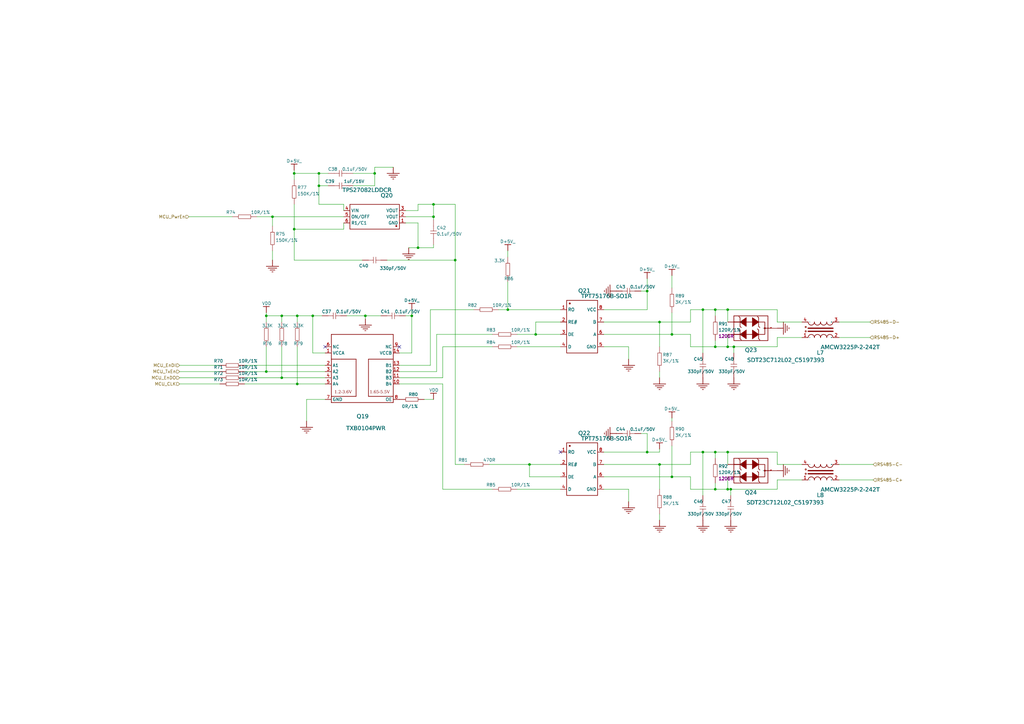
<source format=kicad_sch>
(kicad_sch (version 20250114) (generator "eeschema") (generator_version "9.0")
  (paper "A3")
  (junction (at 293.37 200.66))
  (junction (at 115.57 129.54))
  (junction (at 293.37 142.24))
  (junction (at 130.81 71.12))
  (junction (at 121.92 157.48))
  (junction (at 177.8 83.82))
  (junction (at 177.8 88.9))
  (junction (at 288.29 185.42))
  (junction (at 109.22 129.54))
  (junction (at 300.99 142.24))
  (junction (at 298.45 142.24))
  (junction (at 275.59 195.58))
  (junction (at 111.76 88.9))
  (junction (at 171.45 101.6))
  (junction (at 109.22 152.4))
  (junction (at 265.43 185.42))
  (junction (at 128.27 129.54))
  (junction (at 270.51 132.08))
  (junction (at 149.86 129.54))
  (junction (at 219.71 137.16))
  (junction (at 298.45 200.66))
  (junction (at 275.59 137.16))
  (junction (at 115.57 154.94))
  (junction (at 270.51 190.5))
  (junction (at 299.72 200.66))
  (junction (at 208.28 127))
  (junction (at 265.43 119.38))
  (junction (at 288.29 127))
  (junction (at 293.37 185.42))
  (junction (at 121.92 129.54))
  (junction (at 293.37 127))
  (junction (at 217.17 190.5))
  (junction (at 120.65 71.12))
  (junction (at 298.45 185.42))
  (junction (at 298.45 127))
  (junction (at 120.65 93.98))
  (junction (at 186.69 106.68))
  (junction (at 168.91 129.54))
  (junction (at 153.67 71.12))
  (junction (at 130.81 76.2))
  (no_connect (at 229.87 185.42))
  (no_connect (at 163.83 142.24))
  (no_connect (at 133.35 142.24))
  (wire (pts (xy 283.21 132.08) (xy 283.21 127)))
  (wire (pts (xy 153.67 76.2) (xy 153.67 71.12)))
  (wire (pts (xy 293.37 185.42) (xy 293.37 187.96)))
  (wire (pts (xy 247.65 190.5) (xy 270.51 190.5)))
  (wire (pts (xy 318.77 138.43) (xy 328.93 138.43)))
  (wire (pts (xy 275.59 137.16) (xy 275.59 128.27)))
  (wire (pts (xy 270.51 132.08) (xy 270.51 142.24)))
  (wire (pts (xy 163.83 144.78) (xy 168.91 144.78)))
  (wire (pts (xy 299.72 200.66) (xy 318.77 200.66)))
  (wire (pts (xy 275.59 137.16) (xy 283.21 137.16)))
  (wire (pts (xy 153.67 68.58) (xy 161.29 68.58)))
  (wire (pts (xy 298.45 190.5) (xy 298.45 185.42)))
  (wire (pts (xy 270.51 154.94) (xy 270.51 152.4)))
  (wire (pts (xy 208.28 127) (xy 208.28 115.57)))
  (wire (pts (xy 171.45 86.36) (xy 171.45 83.82)))
  (wire (pts (xy 270.51 132.08) (xy 247.65 132.08)))
  (wire (pts (xy 177.8 83.82) (xy 177.8 88.9)))
  (wire (pts (xy 177.8 101.6) (xy 177.8 100.33)))
  (wire (pts (xy 177.8 163.83) (xy 173.99 163.83)))
  (wire (pts (xy 275.59 171.45) (xy 275.59 172.72)))
  (wire (pts (xy 181.61 200.66) (xy 181.61 157.48)))
  (wire (pts (xy 176.53 127) (xy 176.53 149.86)))
  (wire (pts (xy 358.14 196.85) (xy 344.17 196.85)))
  (wire (pts (xy 298.45 127) (xy 293.37 127)))
  (wire (pts (xy 115.57 132.08) (xy 115.57 129.54)))
  (wire (pts (xy 283.21 142.24) (xy 283.21 137.16)))
  (wire (pts (xy 265.43 177.8) (xy 265.43 185.42)))
  (wire (pts (xy 130.81 76.2) (xy 130.81 71.12)))
  (wire (pts (xy 186.69 190.5) (xy 186.69 106.68)))
  (wire (pts (xy 275.59 195.58) (xy 275.59 182.88)))
  (wire (pts (xy 229.87 137.16) (xy 219.71 137.16)))
  (wire (pts (xy 133.35 144.78) (xy 128.27 144.78)))
  (wire (pts (xy 208.28 127) (xy 229.87 127)))
  (wire (pts (xy 181.61 157.48) (xy 163.83 157.48)))
  (wire (pts (xy 212.09 142.24) (xy 229.87 142.24)))
  (wire (pts (xy 283.21 190.5) (xy 283.21 185.42)))
  (wire (pts (xy 171.45 91.44) (xy 171.45 101.6)))
  (wire (pts (xy 288.29 185.42) (xy 288.29 203.2)))
  (wire (pts (xy 140.97 93.98) (xy 140.97 91.44)))
  (wire (pts (xy 109.22 152.4) (xy 109.22 142.24)))
  (wire (pts (xy 257.81 205.74) (xy 257.81 200.66)))
  (wire (pts (xy 166.37 91.44) (xy 171.45 91.44)))
  (wire (pts (xy 194.31 127) (xy 176.53 127)))
  (wire (pts (xy 115.57 154.94) (xy 115.57 142.24)))
  (wire (pts (xy 318.77 190.5) (xy 318.77 185.42)))
  (wire (pts (xy 111.76 88.9) (xy 140.97 88.9)))
  (wire (pts (xy 168.91 129.54) (xy 166.37 129.54)))
  (wire (pts (xy 257.81 142.24) (xy 247.65 142.24)))
  (wire (pts (xy 283.21 185.42) (xy 288.29 185.42)))
  (wire (pts (xy 300.99 144.78) (xy 300.99 142.24)))
  (wire (pts (xy 121.92 157.48) (xy 100.33 157.48)))
  (wire (pts (xy 130.81 71.12) (xy 120.65 71.12)))
  (wire (pts (xy 283.21 200.66) (xy 283.21 195.58)))
  (wire (pts (xy 201.93 142.24) (xy 181.61 142.24)))
  (wire (pts (xy 115.57 129.54) (xy 109.22 129.54)))
  (wire (pts (xy 283.21 127) (xy 288.29 127)))
  (wire (pts (xy 217.17 190.5) (xy 229.87 190.5)))
  (wire (pts (xy 219.71 132.08) (xy 229.87 132.08)))
  (wire (pts (xy 299.72 203.2) (xy 299.72 200.66)))
  (wire (pts (xy 270.51 190.5) (xy 270.51 200.66)))
  (wire (pts (xy 257.81 200.66) (xy 247.65 200.66)))
  (wire (pts (xy 270.51 185.42) (xy 265.43 185.42)))
  (wire (pts (xy 73.66 149.86) (xy 90.17 149.86)))
  (wire (pts (xy 128.27 129.54) (xy 121.92 129.54)))
  (wire (pts (xy 262.89 119.38) (xy 265.43 119.38)))
  (wire (pts (xy 128.27 144.78) (xy 128.27 129.54)))
  (wire (pts (xy 257.81 147.32) (xy 257.81 142.24)))
  (wire (pts (xy 217.17 195.58) (xy 217.17 190.5)))
  (wire (pts (xy 181.61 142.24) (xy 181.61 154.94)))
  (wire (pts (xy 288.29 127) (xy 288.29 144.78)))
  (wire (pts (xy 156.21 129.54) (xy 149.86 129.54)))
  (wire (pts (xy 166.37 86.36) (xy 171.45 86.36)))
  (wire (pts (xy 132.08 129.54) (xy 128.27 129.54)))
  (wire (pts (xy 121.92 129.54) (xy 115.57 129.54)))
  (wire (pts (xy 109.22 129.54) (xy 109.22 132.08)))
  (wire (pts (xy 298.45 200.66) (xy 299.72 200.66)))
  (wire (pts (xy 265.43 185.42) (xy 247.65 185.42)))
  (wire (pts (xy 149.86 129.54) (xy 142.24 129.54)))
  (wire (pts (xy 133.35 152.4) (xy 109.22 152.4)))
  (wire (pts (xy 121.92 157.48) (xy 121.92 142.24)))
  (wire (pts (xy 270.51 190.5) (xy 283.21 190.5)))
  (wire (pts (xy 166.37 88.9) (xy 177.8 88.9)))
  (wire (pts (xy 171.45 101.6) (xy 177.8 101.6)))
  (wire (pts (xy 115.57 154.94) (xy 100.33 154.94)))
  (wire (pts (xy 262.89 177.8) (xy 265.43 177.8)))
  (wire (pts (xy 293.37 198.12) (xy 293.37 200.66)))
  (wire (pts (xy 168.91 127) (xy 168.91 129.54)))
  (wire (pts (xy 318.77 132.08) (xy 318.77 127)))
  (wire (pts (xy 270.51 185.42) (xy 270.51 184.15)))
  (wire (pts (xy 121.92 132.08) (xy 121.92 129.54)))
  (wire (pts (xy 212.09 200.66) (xy 229.87 200.66)))
  (wire (pts (xy 300.99 142.24) (xy 298.45 142.24)))
  (wire (pts (xy 356.87 132.08) (xy 344.17 132.08)))
  (wire (pts (xy 186.69 106.68) (xy 158.75 106.68)))
  (wire (pts (xy 73.66 157.48) (xy 90.17 157.48)))
  (wire (pts (xy 328.93 190.5) (xy 318.77 190.5)))
  (wire (pts (xy 140.97 83.82) (xy 140.97 86.36)))
  (wire (pts (xy 270.51 132.08) (xy 283.21 132.08)))
  (wire (pts (xy 153.67 71.12) (xy 144.78 71.12)))
  (wire (pts (xy 356.87 138.43) (xy 344.17 138.43)))
  (wire (pts (xy 144.78 76.2) (xy 153.67 76.2)))
  (wire (pts (xy 208.28 102.87) (xy 208.28 105.41)))
  (wire (pts (xy 204.47 127) (xy 208.28 127)))
  (wire (pts (xy 120.65 93.98) (xy 120.65 83.82)))
  (wire (pts (xy 77.47 88.9) (xy 95.25 88.9)))
  (wire (pts (xy 109.22 152.4) (xy 100.33 152.4)))
  (wire (pts (xy 130.81 83.82) (xy 140.97 83.82)))
  (wire (pts (xy 134.62 71.12) (xy 130.81 71.12)))
  (wire (pts (xy 105.41 88.9) (xy 111.76 88.9)))
  (wire (pts (xy 109.22 129.54) (xy 109.22 128.27)))
  (wire (pts (xy 73.66 152.4) (xy 90.17 152.4)))
  (wire (pts (xy 318.77 196.85) (xy 328.93 196.85)))
  (wire (pts (xy 265.43 119.38) (xy 265.43 127)))
  (wire (pts (xy 293.37 200.66) (xy 283.21 200.66)))
  (wire (pts (xy 190.5 190.5) (xy 186.69 190.5)))
  (wire (pts (xy 73.66 154.94) (xy 90.17 154.94)))
  (wire (pts (xy 275.59 113.03) (xy 275.59 118.11)))
  (wire (pts (xy 100.33 149.86) (xy 133.35 149.86)))
  (wire (pts (xy 120.65 71.12) (xy 120.65 69.85)))
  (wire (pts (xy 212.09 137.16) (xy 219.71 137.16)))
  (wire (pts (xy 265.43 127) (xy 247.65 127)))
  (wire (pts (xy 318.77 142.24) (xy 318.77 138.43)))
  (wire (pts (xy 247.65 137.16) (xy 275.59 137.16)))
  (wire (pts (xy 293.37 142.24) (xy 283.21 142.24)))
  (wire (pts (xy 186.69 83.82) (xy 186.69 106.68)))
  (wire (pts (xy 179.07 152.4) (xy 163.83 152.4)))
  (wire (pts (xy 270.51 213.36) (xy 270.51 210.82)))
  (wire (pts (xy 125.73 163.83) (xy 125.73 172.72)))
  (wire (pts (xy 153.67 68.58) (xy 153.67 71.12)))
  (wire (pts (xy 293.37 142.24) (xy 298.45 142.24)))
  (wire (pts (xy 179.07 137.16) (xy 179.07 152.4)))
  (wire (pts (xy 176.53 149.86) (xy 163.83 149.86)))
  (wire (pts (xy 229.87 195.58) (xy 217.17 195.58)))
  (wire (pts (xy 265.43 119.38) (xy 265.43 114.3)))
  (wire (pts (xy 130.81 83.82) (xy 130.81 76.2)))
  (wire (pts (xy 120.65 71.12) (xy 120.65 73.66)))
  (wire (pts (xy 201.93 200.66) (xy 181.61 200.66)))
  (wire (pts (xy 133.35 157.48) (xy 121.92 157.48)))
  (wire (pts (xy 133.35 163.83) (xy 125.73 163.83)))
  (wire (pts (xy 298.45 185.42) (xy 318.77 185.42)))
  (wire (pts (xy 201.93 137.16) (xy 179.07 137.16)))
  (wire (pts (xy 318.77 200.66) (xy 318.77 196.85)))
  (wire (pts (xy 148.59 106.68) (xy 120.65 106.68)))
  (wire (pts (xy 177.8 88.9) (xy 177.8 90.17)))
  (wire (pts (xy 293.37 139.7) (xy 293.37 142.24)))
  (wire (pts (xy 111.76 106.68) (xy 111.76 102.87)))
  (wire (pts (xy 177.8 83.82) (xy 186.69 83.82)))
  (wire (pts (xy 298.45 195.58) (xy 298.45 200.66)))
  (wire (pts (xy 283.21 195.58) (xy 275.59 195.58)))
  (wire (pts (xy 181.61 154.94) (xy 163.83 154.94)))
  (wire (pts (xy 149.86 130.81) (xy 149.86 129.54)))
  (wire (pts (xy 300.99 142.24) (xy 318.77 142.24)))
  (wire (pts (xy 293.37 127) (xy 288.29 127)))
  (wire (pts (xy 298.45 137.16) (xy 298.45 142.24)))
  (wire (pts (xy 111.76 92.71) (xy 111.76 88.9)))
  (wire (pts (xy 167.64 101.6) (xy 171.45 101.6)))
  (wire (pts (xy 298.45 132.08) (xy 298.45 127)))
  (wire (pts (xy 247.65 195.58) (xy 275.59 195.58)))
  (wire (pts (xy 298.45 127) (xy 318.77 127)))
  (wire (pts (xy 168.91 144.78) (xy 168.91 129.54)))
  (wire (pts (xy 120.65 93.98) (xy 140.97 93.98)))
  (wire (pts (xy 293.37 127) (xy 293.37 129.54)))
  (wire (pts (xy 328.93 132.08) (xy 318.77 132.08)))
  (wire (pts (xy 171.45 83.82) (xy 177.8 83.82)))
  (wire (pts (xy 219.71 137.16) (xy 219.71 132.08)))
  (wire (pts (xy 133.35 154.94) (xy 115.57 154.94)))
  (wire (pts (xy 358.14 190.5) (xy 344.17 190.5)))
  (wire (pts (xy 293.37 200.66) (xy 298.45 200.66)))
  (wire (pts (xy 298.45 185.42) (xy 293.37 185.42)))
  (wire (pts (xy 293.37 185.42) (xy 288.29 185.42)))
  (wire (pts (xy 120.65 106.68) (xy 120.65 93.98)))
  (wire (pts (xy 200.66 190.5) (xy 217.17 190.5)))
  (wire (pts (xy 134.62 76.2) (xy 130.81 76.2)))
  (hierarchical_label "MCU_CLK" (shape input) (at 73.66 157.48 180))
  (hierarchical_label "MCU_PwrEn" (shape input) (at 77.47 88.9 180))
  (hierarchical_label "MCU_EnDI" (shape input) (at 73.66 149.86 180))
  (hierarchical_label "MCU_EnDO" (shape input) (at 73.66 154.94 180))
  (hierarchical_label "RS485-D-" (shape input) (at 356.87 132.08 0))
  (hierarchical_label "RS485-D+" (shape input) (at 356.87 138.43 0))
  (hierarchical_label "RS485-C-" (shape input) (at 358.14 190.5 0))
  (hierarchical_label "RS485-C+" (shape input) (at 358.14 196.85 0))
  (hierarchical_label "MCU_TxEn" (shape input) (at 73.66 152.4 180))
  (symbol (lib_id "sheet1-altium-import:CAP_1") (at 302.26 210.82 180) (unit 1)
    (property "Reference" "C11" (at 295.91 204.978 0) (effects (justify right bottom)))
    (property "Value" "330pF/50V" (at 293.37 210.058 0) (effects (justify right bottom)))
    (property "Footprint" "Capacitor_SMD:C_0603_1608Metric" (effects (hide yes)))
    (property "Automotive" "AEC-Q200" (effects (hide yes)))
    (property "Datasheet Link" "\\\\10.192.7.10\\Dianqu-CIS\\DATASHEET-New\\电容\\KEMET_MLCC_规格书.PDF" (effects (hide yes)))
    (property "EBOM Description" "瓷片电容-330pF-±10%-50V-X7R-(-55~125℃)-车规-0603" (effects (hide yes)))
    (property "Height" "0.87" (effects (hide yes)))
    (property "ID" "146" (effects (hide yes)))
    (property "Implementation Type" "<none>" (effects (hide yes)))
    (property "New Part Number" "3.2.04.05.00143" (effects (hide yes)))
    (property "Origin Footprint" "0603C" (effects (hide yes)))
    (property "PCB Footprint" "0603C" (effects (hide yes)))
    (property "Part State" "已认定" (effects (hide yes)))
    (property "Part Type" "瓷片电容" (effects (hide yes)))
    (property "Power Pins Visible" "False" (effects (hide yes)))
    (property "Primitive" "DEFAULT" (effects (hide yes)))
    (property "Source Package" "CAP" (effects (hide yes)))
    (property "priority" "L" (effects (hide yes)))
    (property "purpose" "通用" (effects (hide yes)))
    (property "制造商名称" "MC000042_基美（KEMET）" (effects (hide yes)))
    (instances (project "sheet1" (path "" (reference "C47") (unit 1)) (path "" (reference "C23") (unit 1)) (path "" (reference "C35") (unit 1)) (path "" (reference "C11") (unit 1))))
  )
  (symbol (lib_id "sheet1-altium-import:RES_1") (at 92.71 152.4 0) (unit 1)
    (property "Reference" "R3" (at 87.63 152.4 0) (effects (justify left top)))
    (property "Value" "10R/1%" (at 97.79 152.4 0) (effects (justify left top)))
    (property "Footprint" "Resistor_SMD:R_0603_1608Metric" (effects (hide yes)))
    (property "Automotive" "非车规" (effects (hide yes)))
    (property "Datasheet Link" "\\\\10.192.7.10\\Dianqu-CIS\\DATASHEET-New\\电阻\\YAGEO_RC_规格书.pdf" (effects (hide yes)))
    (property "EBOM Description" "电阻-10R-±1%-1/10W-(-55~155℃)-0603" (effects (hide yes)))
    (property "Height" "0.55" (effects (hide yes)))
    (property "ID" "269" (effects (hide yes)))
    (property "Implementation Type" "<none>" (effects (hide yes)))
    (property "New Part Number" "3.2.03.01.00274" (effects (hide yes)))
    (property "Origin Footprint" "0603R" (effects (hide yes)))
    (property "PCB Footprint" "0603R" (effects (hide yes)))
    (property "Part State" "已认定" (effects (hide yes)))
    (property "Part Type" "普通电阻" (effects (hide yes)))
    (property "Power Pins Visible" "False" (effects (hide yes)))
    (property "Primitive" "DEFAULT" (effects (hide yes)))
    (property "Source Package" "RES" (effects (hide yes)))
    (property "priority" "H" (effects (hide yes)))
    (property "purpose" "通用" (effects (hide yes)))
    (property "制造商名称" "MC000003_国巨（YAGEO）" (effects (hide yes)))
    (instances (project "sheet1" (path "" (reference "R72") (unit 1)) (path "" (reference "R26") (unit 1)) (path "" (reference "R49") (unit 1)) (path "" (reference "R3") (unit 1))))
  )
  (symbol (lib_id "sheet1-altium-import:RES_4") (at 109.22 100.33 90) (unit 1)
    (property "Reference" "R6" (at 113.03 95.25 90) (effects (justify right bottom)))
    (property "Value" "150K/1%" (at 113.03 97.79 90) (effects (justify right bottom)))
    (property "Footprint" "Resistor_SMD:R_0603_1608Metric" (effects (hide yes)))
    (property "Automotive" "AEC-Q200" (effects (hide yes)))
    (property "Datasheet Link" "\\\\10.192.7.10\\Dianqu-CIS\\DATASHEET-New\\电阻\\YAGEO_AC_规格书.pdf" (effects (hide yes)))
    (property "EBOM Description" "电阻-150k-±1%-1/10W-(-55~155℃)-车规-0603" (effects (hide yes)))
    (property "Height" "0.55" (effects (hide yes)))
    (property "ID" "349" (effects (hide yes)))
    (property "Implementation Type" "<none>" (effects (hide yes)))
    (property "New Part Number" "3.2.03.01.00356" (effects (hide yes)))
    (property "Origin Footprint" "0603R" (effects (hide yes)))
    (property "PCB Footprint" "0603R" (effects (hide yes)))
    (property "Part State" "已认定" (effects (hide yes)))
    (property "Part Type" "普通电阻" (effects (hide yes)))
    (property "Power Pins Visible" "False" (effects (hide yes)))
    (property "Primitive" "DEFAULT" (effects (hide yes)))
    (property "Source Package" "RES" (effects (hide yes)))
    (property "priority" "H" (effects (hide yes)))
    (property "purpose" "通用" (effects (hide yes)))
    (property "制造商名称" "MC000003_国巨（YAGEO）" (effects (hide yes)))
    (instances (project "sheet1" (path "" (reference "R75") (unit 1)) (path "" (reference "R29") (unit 1)) (path "" (reference "R52") (unit 1)) (path "" (reference "R6") (unit 1))))
  )
  (symbol (lib_id "sheet1-altium-import:CAP_1") (at 303.53 152.4 180) (unit 1)
    (property "Reference" "C12" (at 297.18 146.558 0) (effects (justify right bottom)))
    (property "Value" "330pF/50V" (at 294.64 151.638 0) (effects (justify right bottom)))
    (property "Footprint" "Capacitor_SMD:C_0603_1608Metric" (effects (hide yes)))
    (property "Automotive" "AEC-Q200" (effects (hide yes)))
    (property "Datasheet Link" "\\\\10.192.7.10\\Dianqu-CIS\\DATASHEET-New\\电容\\KEMET_MLCC_规格书.PDF" (effects (hide yes)))
    (property "EBOM Description" "瓷片电容-330pF-±10%-50V-X7R-(-55~125℃)-车规-0603" (effects (hide yes)))
    (property "Height" "0.87" (effects (hide yes)))
    (property "ID" "146" (effects (hide yes)))
    (property "Implementation Type" "<none>" (effects (hide yes)))
    (property "New Part Number" "3.2.04.05.00143" (effects (hide yes)))
    (property "Origin Footprint" "0603C" (effects (hide yes)))
    (property "PCB Footprint" "0603C" (effects (hide yes)))
    (property "Part State" "已认定" (effects (hide yes)))
    (property "Part Type" "瓷片电容" (effects (hide yes)))
    (property "Power Pins Visible" "False" (effects (hide yes)))
    (property "Primitive" "DEFAULT" (effects (hide yes)))
    (property "Source Package" "CAP" (effects (hide yes)))
    (property "priority" "L" (effects (hide yes)))
    (property "purpose" "通用" (effects (hide yes)))
    (property "制造商名称" "MC000042_基美（KEMET）" (effects (hide yes)))
    (instances (project "sheet1" (path "" (reference "C48") (unit 1)) (path "" (reference "C24") (unit 1)) (path "" (reference "C36") (unit 1)) (path "" (reference "C12") (unit 1))))
  )
  (symbol (lib_id "sheet1-altium-import:RES_1") (at 204.47 139.7 0) (unit 1)
    (property "Reference" "R15" (at 199.39 139.7 0) (effects (justify left top)))
    (property "Value" "10R/1%" (at 209.55 139.7 0) (effects (justify left top)))
    (property "Footprint" "Resistor_SMD:R_0603_1608Metric" (effects (hide yes)))
    (property "Automotive" "非车规" (effects (hide yes)))
    (property "Datasheet Link" "\\\\10.192.7.10\\Dianqu-CIS\\DATASHEET-New\\电阻\\YAGEO_RC_规格书.pdf" (effects (hide yes)))
    (property "EBOM Description" "电阻-10R-±1%-1/10W-(-55~155℃)-0603" (effects (hide yes)))
    (property "Height" "0.55" (effects (hide yes)))
    (property "ID" "269" (effects (hide yes)))
    (property "Implementation Type" "<none>" (effects (hide yes)))
    (property "New Part Number" "3.2.03.01.00274" (effects (hide yes)))
    (property "Origin Footprint" "0603R" (effects (hide yes)))
    (property "PCB Footprint" "0603R" (effects (hide yes)))
    (property "Part State" "已认定" (effects (hide yes)))
    (property "Part Type" "普通电阻" (effects (hide yes)))
    (property "Power Pins Visible" "False" (effects (hide yes)))
    (property "Primitive" "DEFAULT" (effects (hide yes)))
    (property "Source Package" "RES" (effects (hide yes)))
    (property "priority" "H" (effects (hide yes)))
    (property "purpose" "通用" (effects (hide yes)))
    (property "制造商名称" "MC000003_国巨（YAGEO）" (effects (hide yes)))
    (instances (project "sheet1" (path "" (reference "R84") (unit 1)) (path "" (reference "R38") (unit 1)) (path "" (reference "R61") (unit 1)) (path "" (reference "R15") (unit 1))))
  )
  (symbol (lib_id "sheet1-altium-import:CAP_2") (at 260.35 175.26 270) (unit 1)
    (property "Reference" "C8" (at 256.54 176.784 90) (effects (justify right bottom)))
    (property "Value" "0.1uF/50V" (at 268.732 176.784 90) (effects (justify right bottom)))
    (property "Footprint" "Capacitor_SMD:C_0603_1608Metric" (effects (hide yes)))
    (property "Automotive" "AEC-Q200" (effects (hide yes)))
    (property "Datasheet Link" "\\\\10.30.16.21\\D-UserFiles\\Cadence-share\\CIS_LP\\DATASHEET-New\\电容\\KEMET_MLCC_规格书.PDF" (effects (hide yes)))
    (property "EBOM Description" "瓷片电容-0.1uF-±10%-50V-X7R-(-55~125℃)-车规-0603" (effects (hide yes)))
    (property "Height" "0.87" (effects (hide yes)))
    (property "Implementation Type" "<none>" (effects (hide yes)))
    (property "New Part Number" "3.2.04.05.00132" (effects (hide yes)))
    (property "Origin Footprint" "0603C" (effects (hide yes)))
    (property "PCB Footprint" "0603C" (effects (hide yes)))
    (property "Part State" "已认定" (effects (hide yes)))
    (property "Part Type" "瓷片电容" (effects (hide yes)))
    (property "Power Pins Visible" "False" (effects (hide yes)))
    (property "Primitive" "DEFAULT" (effects (hide yes)))
    (property "Source Package" "CAP" (effects (hide yes)))
    (property "priority" "H" (effects (hide yes)))
    (property "purpose" "通用" (effects (hide yes)))
    (property "制造商名称" "MC000042_基美（KEMET）" (effects (hide yes)))
    (instances (project "sheet1" (path "" (reference "C44") (unit 1)) (path "" (reference "C20") (unit 1)) (path "" (reference "C32") (unit 1)) (path "" (reference "C8") (unit 1))))
  )
  (symbol (lib_id "sheet1-altium-import:AMCW3225P-2-242T") (at 336.55 135.89 0) (mirror x) (unit 0)
    (property "Reference" "L1" (at 335.0514 145.6563 0) (effects (font (size 1.6891 1.6891)) (justify left top)))
    (property "Value" "AMCW3225P-2-242T" (at 335.0514 143.4465 0) (effects (font (size 1.6891 1.6891)) (justify left top)))
    (property "Footprint" "Lib_sheet_10:FILTER-SMD_4P-L3.2-W2.5-BL_WCM3225XXXX" (effects (hide yes)))
    (property "Manufacturer Part" "AMCW3225P-2-242T" (effects (hide yes)))
    (property "Manufacturer" "Sunlord(顺络)" (effects (hide yes)))
    (property "Supplier Part" "C2992328" (effects (hide yes)))
    (property "Supplier" "LCSC" (effects (hide yes)))
    (instances (project "sheet1" (path "" (reference "L7") (unit 0)) (path "" (reference "L3") (unit 0)) (path "" (reference "L5") (unit 0)) (path "" (reference "L1") (unit 0))))
  )
  (symbol (lib_id "sheet1-altium-import:AGND") (at 167.64 101.6 0) (unit 1)
    (property "Reference" "#PWR07" (effects (hide yes)))
    (property "Value" "AGND" (effects (hide yes)))
    (property "Description" "电源符号创建名为 'AGND' 的全局标签" (effects (hide yes)))
    (instances (project "sheet1" (path "" (reference "#PWR085") (unit 1)) (path "" (reference "#PWR033") (unit 1)) (path "" (reference "#PWR059") (unit 1)) (path "" (reference "#PWR07") (unit 1))))
  )
  (symbol (lib_id "sheet1-altium-import:CAP_2") (at 139.7 127 270) (unit 1)
    (property "Reference" "C1" (at 135.89 128.524 90) (effects (justify right bottom)))
    (property "Value" "0.1uF/50V" (at 148.082 128.524 90) (effects (justify right bottom)))
    (property "Footprint" "Capacitor_SMD:C_0603_1608Metric" (effects (hide yes)))
    (property "Automotive" "AEC-Q200" (effects (hide yes)))
    (property "Datasheet Link" "\\\\10.30.16.21\\D-UserFiles\\Cadence-share\\CIS_LP\\DATASHEET-New\\电容\\KEMET_MLCC_规格书.PDF" (effects (hide yes)))
    (property "EBOM Description" "瓷片电容-0.1uF-±10%-50V-X7R-(-55~125℃)-车规-0603" (effects (hide yes)))
    (property "Height" "0.87" (effects (hide yes)))
    (property "Implementation Type" "<none>" (effects (hide yes)))
    (property "New Part Number" "3.2.04.05.00132" (effects (hide yes)))
    (property "Origin Footprint" "0603C" (effects (hide yes)))
    (property "PCB Footprint" "0603C" (effects (hide yes)))
    (property "Part State" "已认定" (effects (hide yes)))
    (property "Part Type" "瓷片电容" (effects (hide yes)))
    (property "Power Pins Visible" "False" (effects (hide yes)))
    (property "Primitive" "DEFAULT" (effects (hide yes)))
    (property "Source Package" "CAP" (effects (hide yes)))
    (property "priority" "H" (effects (hide yes)))
    (property "purpose" "通用" (effects (hide yes)))
    (property "制造商名称" "MC000042_基美（KEMET）" (effects (hide yes)))
    (instances (project "sheet1" (path "" (reference "C37") (unit 1)) (path "" (reference "C13") (unit 1)) (path "" (reference "C25") (unit 1)) (path "" (reference "C1") (unit 1))))
  )
  (symbol (lib_id "sheet1-altium-import:RES_3") (at 267.97 149.86 90) (unit 1)
    (property "Reference" "R18" (at 271.78 144.78 90) (effects (justify right bottom)))
    (property "Value" "3K/1%" (at 271.78 147.32 90) (effects (justify right bottom)))
    (property "Footprint" "Resistor_SMD:R_0603_1608Metric" (effects (hide yes)))
    (property "Automotive" "AEC-Q200" (effects (hide yes)))
    (property "Datasheet Link" "\\\\10.192.7.10\\Dianqu-CIS\\DATASHEET-New\\电阻\\YAGEO_AC_规格书.pdf" (effects (hide yes)))
    (property "EBOM Description" "电阻-3K-±1%-1/10W-(-55~155℃)-车规-0603" (effects (hide yes)))
    (property "Height" "0.55" (effects (hide yes)))
    (property "ID" "465" (effects (hide yes)))
    (property "Implementation Type" "<none>" (effects (hide yes)))
    (property "New Part Number" "3.2.03.01.00477" (effects (hide yes)))
    (property "Origin Footprint" "0603R" (effects (hide yes)))
    (property "PCB Footprint" "0603R" (effects (hide yes)))
    (property "Part State" "未认定" (effects (hide yes)))
    (property "Part Type" "普通电阻" (effects (hide yes)))
    (property "Power Pins Visible" "False" (effects (hide yes)))
    (property "Primitive" "DEFAULT" (effects (hide yes)))
    (property "Source Package" "RES" (effects (hide yes)))
    (property "priority" "H" (effects (hide yes)))
    (property "purpose" "通用" (effects (hide yes)))
    (property "制造商名称" "MC000003_国巨（YAGEO）" (effects (hide yes)))
    (instances (project "sheet1" (path "" (reference "R87") (unit 1)) (path "" (reference "R41") (unit 1)) (path "" (reference "R64") (unit 1)) (path "" (reference "R18") (unit 1))))
  )
  (symbol (lib_id "sheet1-altium-import:RES_1") (at 92.71 149.86 0) (unit 1)
    (property "Reference" "R2" (at 87.63 149.86 0) (effects (justify left top)))
    (property "Value" "10R/1%" (at 97.79 149.86 0) (effects (justify left top)))
    (property "Footprint" "Resistor_SMD:R_0603_1608Metric" (effects (hide yes)))
    (property "Automotive" "非车规" (effects (hide yes)))
    (property "Datasheet Link" "\\\\10.192.7.10\\Dianqu-CIS\\DATASHEET-New\\电阻\\YAGEO_RC_规格书.pdf" (effects (hide yes)))
    (property "EBOM Description" "电阻-10R-±1%-1/10W-(-55~155℃)-0603" (effects (hide yes)))
    (property "Height" "0.55" (effects (hide yes)))
    (property "ID" "269" (effects (hide yes)))
    (property "Implementation Type" "<none>" (effects (hide yes)))
    (property "New Part Number" "3.2.03.01.00274" (effects (hide yes)))
    (property "Origin Footprint" "0603R" (effects (hide yes)))
    (property "PCB Footprint" "0603R" (effects (hide yes)))
    (property "Part State" "已认定" (effects (hide yes)))
    (property "Part Type" "普通电阻" (effects (hide yes)))
    (property "Power Pins Visible" "False" (effects (hide yes)))
    (property "Primitive" "DEFAULT" (effects (hide yes)))
    (property "Source Package" "RES" (effects (hide yes)))
    (property "priority" "H" (effects (hide yes)))
    (property "purpose" "通用" (effects (hide yes)))
    (property "制造商名称" "MC000003_国巨（YAGEO）" (effects (hide yes)))
    (instances (project "sheet1" (path "" (reference "R71") (unit 1)) (path "" (reference "R25") (unit 1)) (path "" (reference "R48") (unit 1)) (path "" (reference "R2") (unit 1))))
  )
  (symbol (lib_id "sheet1-altium-import:D+5V") (at 270.51 184.15 180) (unit 1)
    (property "Reference" "#PWR017" (effects (hide yes)))
    (property "Value" "D+5V_" (at 270.51 180.34 0))
    (property "Description" "电源符号创建名为 'D+5V' 的全局标签" (effects (hide yes)))
    (instances (project "sheet1" (path "" (reference "#PWR095") (unit 1)) (path "" (reference "#PWR043") (unit 1)) (path "" (reference "#PWR069") (unit 1)) (path "" (reference "#PWR017") (unit 1))))
  )
  (symbol (lib_id "sheet1-altium-import:AGND") (at 149.86 130.81 0) (unit 1)
    (property "Reference" "#PWR05" (effects (hide yes)))
    (property "Value" "AGND" (effects (hide yes)))
    (property "Description" "电源符号创建名为 'AGND' 的全局标签" (effects (hide yes)))
    (instances (project "sheet1" (path "" (reference "#PWR083") (unit 1)) (path "" (reference "#PWR031") (unit 1)) (path "" (reference "#PWR057") (unit 1)) (path "" (reference "#PWR05") (unit 1))))
  )
  (symbol (lib_id "sheet1-altium-import:D+5V") (at 275.59 113.03 180) (unit 1)
    (property "Reference" "#PWR019" (effects (hide yes)))
    (property "Value" "D+5V_" (at 275.59 109.22 0))
    (property "Description" "电源符号创建名为 'D+5V' 的全局标签" (effects (hide yes)))
    (instances (project "sheet1" (path "" (reference "#PWR097") (unit 1)) (path "" (reference "#PWR045") (unit 1)) (path "" (reference "#PWR071") (unit 1)) (path "" (reference "#PWR019") (unit 1))))
  )
  (symbol (lib_id "sheet1-altium-import:D+5V") (at 168.91 127 180) (unit 1)
    (property "Reference" "#PWR08" (effects (hide yes)))
    (property "Value" "D+5V_" (at 168.91 123.19 0))
    (property "Description" "电源符号创建名为 'D+5V' 的全局标签" (effects (hide yes)))
    (instances (project "sheet1" (path "" (reference "#PWR086") (unit 1)) (path "" (reference "#PWR034") (unit 1)) (path "" (reference "#PWR060") (unit 1)) (path "" (reference "#PWR08") (unit 1))))
  )
  (symbol (lib_id "sheet1-altium-import:TPT75176B-SO1R") (at 240.03 130.81 0) (unit 1)
    (property "Reference" "Q3" (at 237.2106 118.4275 0) (effects (font (size 1.6891 1.6891)) (justify left top)))
    (property "Value" "TPT75176B-SO1R" (at 237.2106 120.5865 0) (effects (font (size 1.6891 1.6891)) (justify left top)))
    (property "Footprint" "Lib2ic:SOP-8_L4.9-W3.9-P1.27-LS6.0-BL" (effects (hide yes)))
    (property "Manufacturer Part" "TPT75176B-SO1R" (effects (hide yes)))
    (property "Manufacturer" "3PEAK(思瑞浦)" (effects (hide yes)))
    (property "Supplier Part" "C2902365" (effects (hide yes)))
    (property "Supplier" "LCSC" (effects (hide yes)))
    (instances (project "sheet1" (path "" (reference "Q21") (unit 1)) (path "" (reference "Q9") (unit 1)) (path "" (reference "Q15") (unit 1)) (path "" (reference "Q3") (unit 1))))
  )
  (symbol (lib_id "sheet1-altium-import:AGND") (at 252.73 119.38 270) (unit 1)
    (property "Reference" "#PWR011" (effects (hide yes)))
    (property "Value" "AGND" (effects (hide yes)))
    (property "Description" "电源符号创建名为 'AGND' 的全局标签" (effects (hide yes)))
    (instances (project "sheet1" (path "" (reference "#PWR089") (unit 1)) (path "" (reference "#PWR037") (unit 1)) (path "" (reference "#PWR063") (unit 1)) (path "" (reference "#PWR011") (unit 1))))
  )
  (symbol (lib_id "sheet1-altium-import:AGND") (at 318.77 193.04 90) (unit 1)
    (property "Reference" "#PWR026" (effects (hide yes)))
    (property "Value" "AGND" (effects (hide yes)))
    (property "Description" "电源符号创建名为 'AGND' 的全局标签" (effects (hide yes)))
    (instances (project "sheet1" (path "" (reference "#PWR0104") (unit 1)) (path "" (reference "#PWR052") (unit 1)) (path "" (reference "#PWR078") (unit 1)) (path "" (reference "#PWR026") (unit 1))))
  )
  (symbol (lib_id "sheet1-altium-import:CAP_2") (at 163.83 127 270) (unit 1)
    (property "Reference" "C5" (at 160.02 128.524 90) (effects (justify right bottom)))
    (property "Value" "0.1uF/50V" (at 172.212 128.524 90) (effects (justify right bottom)))
    (property "Footprint" "Capacitor_SMD:C_0603_1608Metric" (effects (hide yes)))
    (property "Automotive" "AEC-Q200" (effects (hide yes)))
    (property "Datasheet Link" "\\\\10.30.16.21\\D-UserFiles\\Cadence-share\\CIS_LP\\DATASHEET-New\\电容\\KEMET_MLCC_规格书.PDF" (effects (hide yes)))
    (property "EBOM Description" "瓷片电容-0.1uF-±10%-50V-X7R-(-55~125℃)-车规-0603" (effects (hide yes)))
    (property "Height" "0.87" (effects (hide yes)))
    (property "Implementation Type" "<none>" (effects (hide yes)))
    (property "New Part Number" "3.2.04.05.00132" (effects (hide yes)))
    (property "Origin Footprint" "0603C" (effects (hide yes)))
    (property "PCB Footprint" "0603C" (effects (hide yes)))
    (property "Part State" "已认定" (effects (hide yes)))
    (property "Part Type" "瓷片电容" (effects (hide yes)))
    (property "Power Pins Visible" "False" (effects (hide yes)))
    (property "Primitive" "DEFAULT" (effects (hide yes)))
    (property "Source Package" "CAP" (effects (hide yes)))
    (property "priority" "H" (effects (hide yes)))
    (property "purpose" "通用" (effects (hide yes)))
    (property "制造商名称" "MC000042_基美（KEMET）" (effects (hide yes)))
    (instances (project "sheet1" (path "" (reference "C41") (unit 1)) (path "" (reference "C17") (unit 1)) (path "" (reference "C29") (unit 1)) (path "" (reference "C5") (unit 1))))
  )
  (symbol (lib_id "sheet1-altium-import:CAP_1") (at 290.83 210.82 180) (unit 1)
    (property "Reference" "C10" (at 284.48 204.978 0) (effects (justify right bottom)))
    (property "Value" "330pF/50V" (at 281.94 210.058 0) (effects (justify right bottom)))
    (property "Footprint" "Capacitor_SMD:C_0603_1608Metric" (effects (hide yes)))
    (property "Automotive" "AEC-Q200" (effects (hide yes)))
    (property "Datasheet Link" "\\\\10.192.7.10\\Dianqu-CIS\\DATASHEET-New\\电容\\KEMET_MLCC_规格书.PDF" (effects (hide yes)))
    (property "EBOM Description" "瓷片电容-330pF-±10%-50V-X7R-(-55~125℃)-车规-0603" (effects (hide yes)))
    (property "Height" "0.87" (effects (hide yes)))
    (property "ID" "146" (effects (hide yes)))
    (property "Implementation Type" "<none>" (effects (hide yes)))
    (property "New Part Number" "3.2.04.05.00143" (effects (hide yes)))
    (property "Origin Footprint" "0603C" (effects (hide yes)))
    (property "PCB Footprint" "0603C" (effects (hide yes)))
    (property "Part State" "已认定" (effects (hide yes)))
    (property "Part Type" "瓷片电容" (effects (hide yes)))
    (property "Power Pins Visible" "False" (effects (hide yes)))
    (property "Primitive" "DEFAULT" (effects (hide yes)))
    (property "Source Package" "CAP" (effects (hide yes)))
    (property "priority" "L" (effects (hide yes)))
    (property "purpose" "通用" (effects (hide yes)))
    (property "制造商名称" "MC000042_基美（KEMET）" (effects (hide yes)))
    (instances (project "sheet1" (path "" (reference "C46") (unit 1)) (path "" (reference "C22") (unit 1)) (path "" (reference "C34") (unit 1)) (path "" (reference "C10") (unit 1))))
  )
  (symbol (lib_id "sheet1-altium-import:AGND") (at 111.76 106.68 0) (unit 1)
    (property "Reference" "#PWR02" (effects (hide yes)))
    (property "Value" "AGND" (effects (hide yes)))
    (property "Description" "电源符号创建名为 'AGND' 的全局标签" (effects (hide yes)))
    (instances (project "sheet1" (path "" (reference "#PWR080") (unit 1)) (path "" (reference "#PWR028") (unit 1)) (path "" (reference "#PWR054") (unit 1)) (path "" (reference "#PWR02") (unit 1))))
  )
  (symbol (lib_id "sheet1-altium-import:TPT75176B-SO1R") (at 240.03 189.23 0) (unit 1)
    (property "Reference" "Q4" (at 237.2106 176.8475 0) (effects (font (size 1.6891 1.6891)) (justify left top)))
    (property "Value" "TPT75176B-SO1R" (at 237.2106 179.0065 0) (effects (font (size 1.6891 1.6891)) (justify left top)))
    (property "Footprint" "Lib2ic:SOP-8_L4.9-W3.9-P1.27-LS6.0-BL" (effects (hide yes)))
    (property "Manufacturer Part" "TPT75176B-SO1R" (effects (hide yes)))
    (property "Manufacturer" "3PEAK(思瑞浦)" (effects (hide yes)))
    (property "Supplier Part" "C2902365" (effects (hide yes)))
    (property "Supplier" "LCSC" (effects (hide yes)))
    (instances (project "sheet1" (path "" (reference "Q22") (unit 1)) (path "" (reference "Q10") (unit 1)) (path "" (reference "Q16") (unit 1)) (path "" (reference "Q4") (unit 1))))
  )
  (symbol (lib_id "sheet1-altium-import:CAP_2") (at 180.34 97.79 180) (unit 1)
    (property "Reference" "C6" (at 179.07 92.71 0) (effects (justify right bottom)))
    (property "Value" "0.1uF/50V" (at 179.07 95.25 0) (effects (justify right bottom)))
    (property "Footprint" "Capacitor_SMD:C_0603_1608Metric" (effects (hide yes)))
    (property "Automotive" "AEC-Q200" (effects (hide yes)))
    (property "Datasheet Link" "\\\\10.30.16.21\\D-UserFiles\\Cadence-share\\CIS_LP\\DATASHEET-New\\电容\\KEMET_MLCC_规格书.PDF" (effects (hide yes)))
    (property "EBOM Description" "瓷片电容-0.1uF-±10%-50V-X7R-(-55~125℃)-车规-0603" (effects (hide yes)))
    (property "Height" "0.87" (effects (hide yes)))
    (property "Implementation Type" "<none>" (effects (hide yes)))
    (property "New Part Number" "3.2.04.05.00132" (effects (hide yes)))
    (property "Origin Footprint" "0603C" (effects (hide yes)))
    (property "PCB Footprint" "0603C" (effects (hide yes)))
    (property "Part State" "已认定" (effects (hide yes)))
    (property "Part Type" "瓷片电容" (effects (hide yes)))
    (property "Power Pins Visible" "False" (effects (hide yes)))
    (property "Primitive" "DEFAULT" (effects (hide yes)))
    (property "Source Package" "CAP" (effects (hide yes)))
    (property "priority" "H" (effects (hide yes)))
    (property "purpose" "通用" (effects (hide yes)))
    (property "制造商名称" "MC000042_基美（KEMET）" (effects (hide yes)))
    (instances (project "sheet1" (path "" (reference "C42") (unit 1)) (path "" (reference "C18") (unit 1)) (path "" (reference "C30") (unit 1)) (path "" (reference "C6") (unit 1))))
  )
  (symbol (lib_id "sheet1-altium-import:AGND") (at 288.29 213.36 0) (unit 1)
    (property "Reference" "#PWR022" (effects (hide yes)))
    (property "Value" "AGND" (effects (hide yes)))
    (property "Description" "电源符号创建名为 'AGND' 的全局标签" (effects (hide yes)))
    (instances (project "sheet1" (path "" (reference "#PWR0100") (unit 1)) (path "" (reference "#PWR048") (unit 1)) (path "" (reference "#PWR074") (unit 1)) (path "" (reference "#PWR022") (unit 1))))
  )
  (symbol (lib_id "sheet1-altium-import:CAP_2") (at 260.35 116.84 270) (unit 1)
    (property "Reference" "C7" (at 256.54 118.364 90) (effects (justify right bottom)))
    (property "Value" "0.1uF/50V" (at 268.732 118.364 90) (effects (justify right bottom)))
    (property "Footprint" "Capacitor_SMD:C_0603_1608Metric" (effects (hide yes)))
    (property "Automotive" "AEC-Q200" (effects (hide yes)))
    (property "Datasheet Link" "\\\\10.30.16.21\\D-UserFiles\\Cadence-share\\CIS_LP\\DATASHEET-New\\电容\\KEMET_MLCC_规格书.PDF" (effects (hide yes)))
    (property "EBOM Description" "瓷片电容-0.1uF-±10%-50V-X7R-(-55~125℃)-车规-0603" (effects (hide yes)))
    (property "Height" "0.87" (effects (hide yes)))
    (property "Implementation Type" "<none>" (effects (hide yes)))
    (property "New Part Number" "3.2.04.05.00132" (effects (hide yes)))
    (property "Origin Footprint" "0603C" (effects (hide yes)))
    (property "PCB Footprint" "0603C" (effects (hide yes)))
    (property "Part State" "已认定" (effects (hide yes)))
    (property "Part Type" "瓷片电容" (effects (hide yes)))
    (property "Power Pins Visible" "False" (effects (hide yes)))
    (property "Primitive" "DEFAULT" (effects (hide yes)))
    (property "Source Package" "CAP" (effects (hide yes)))
    (property "priority" "H" (effects (hide yes)))
    (property "purpose" "通用" (effects (hide yes)))
    (property "制造商名称" "MC000042_基美（KEMET）" (effects (hide yes)))
    (instances (project "sheet1" (path "" (reference "C43") (unit 1)) (path "" (reference "C19") (unit 1)) (path "" (reference "C31") (unit 1)) (path "" (reference "C7") (unit 1))))
  )
  (symbol (lib_id "sheet1-altium-import:CAP_1") (at 156.21 104.14 270) (unit 1)
    (property "Reference" "C4" (at 151.13 109.728 90) (effects (justify right bottom)))
    (property "Value" "330pF/50V" (at 166.624 110.744 90) (effects (justify right bottom)))
    (property "Footprint" "Capacitor_SMD:C_0603_1608Metric" (effects (hide yes)))
    (property "Automotive" "AEC-Q200" (effects (hide yes)))
    (property "Datasheet Link" "\\\\10.192.7.10\\Dianqu-CIS\\DATASHEET-New\\电容\\KEMET_MLCC_规格书.PDF" (effects (hide yes)))
    (property "EBOM Description" "瓷片电容-330pF-±10%-50V-X7R-(-55~125℃)-车规-0603" (effects (hide yes)))
    (property "Height" "0.87" (effects (hide yes)))
    (property "ID" "146" (effects (hide yes)))
    (property "Implementation Type" "<none>" (effects (hide yes)))
    (property "New Part Number" "3.2.04.05.00143" (effects (hide yes)))
    (property "Origin Footprint" "0603C" (effects (hide yes)))
    (property "PCB Footprint" "0603C" (effects (hide yes)))
    (property "Part State" "已认定" (effects (hide yes)))
    (property "Part Type" "瓷片电容" (effects (hide yes)))
    (property "Power Pins Visible" "False" (effects (hide yes)))
    (property "Primitive" "DEFAULT" (effects (hide yes)))
    (property "Source Package" "CAP" (effects (hide yes)))
    (property "priority" "L" (effects (hide yes)))
    (property "purpose" "通用" (effects (hide yes)))
    (property "制造商名称" "MC000042_基美（KEMET）" (effects (hide yes)))
    (instances (project "sheet1" (path "" (reference "C40") (unit 1)) (path "" (reference "C16") (unit 1)) (path "" (reference "C28") (unit 1)) (path "" (reference "C4") (unit 1))))
  )
  (symbol (lib_id "sheet1-altium-import:VDD") (at 109.22 128.27 180) (unit 1)
    (property "Reference" "#PWR01" (effects (hide yes)))
    (property "Value" "VDD" (at 107.442 124.46 0) (effects (justify right)))
    (property "Description" "电源符号创建名为 'VDD' 的全局标签" (effects (hide yes)))
    (instances (project "sheet1" (path "" (reference "#PWR079") (unit 1)) (path "" (reference "#PWR027") (unit 1)) (path "" (reference "#PWR053") (unit 1)) (path "" (reference "#PWR01") (unit 1))))
  )
  (symbol (lib_id "sheet1-altium-import:AMCW3225P-2-242T") (at 336.55 194.31 0) (mirror x) (unit 0)
    (property "Reference" "L2" (at 335.0514 204.0763 0) (effects (font (size 1.6891 1.6891)) (justify left top)))
    (property "Value" "AMCW3225P-2-242T" (at 335.0514 201.8665 0) (effects (font (size 1.6891 1.6891)) (justify left top)))
    (property "Footprint" "Lib_sheet_10:FILTER-SMD_4P-L3.2-W2.5-BL_WCM3225XXXX" (effects (hide yes)))
    (property "Manufacturer Part" "AMCW3225P-2-242T" (effects (hide yes)))
    (property "Manufacturer" "Sunlord(顺络)" (effects (hide yes)))
    (property "Supplier Part" "C2992328" (effects (hide yes)))
    (property "Supplier" "LCSC" (effects (hide yes)))
    (instances (project "sheet1" (path "" (reference "L8") (unit 0)) (path "" (reference "L4") (unit 0)) (path "" (reference "L6") (unit 0)) (path "" (reference "L2") (unit 0))))
  )
  (symbol (lib_id "sheet1-altium-import:RES_6") (at 193.04 187.96 0) (unit 1)
    (property "Reference" "R12" (at 187.96 187.96 0) (effects (justify left top)))
    (property "Value" "470R" (at 198.12 187.96 0) (effects (justify left top)))
    (property "Footprint" "Resistor_SMD:R_0603_1608Metric" (effects (hide yes)))
    (property "Automotive" "AEC-Q200" (effects (hide yes)))
    (property "Datasheet Link" "\\\\10.192.7.10\\Dianqu-CIS\\DATASHEET-New\\电阻\\YAGEO_AC_规格书.pdf" (effects (hide yes)))
    (property "EBOM Description" "电阻-470R-±5%-1/10W-(-55~155℃)-车规-0603" (effects (hide yes)))
    (property "Height" "0.55" (effects (hide yes)))
    (property "ID" "398" (effects (hide yes)))
    (property "Implementation Type" "<none>" (effects (hide yes)))
    (property "New Part Number" "3.2.03.01.00407" (effects (hide yes)))
    (property "Origin Footprint" "0603R" (effects (hide yes)))
    (property "PCB Footprint" "0603R" (effects (hide yes)))
    (property "Part State" "已认定" (effects (hide yes)))
    (property "Part Type" "普通电阻" (effects (hide yes)))
    (property "Power Pins Visible" "False" (effects (hide yes)))
    (property "Primitive" "DEFAULT" (effects (hide yes)))
    (property "Source Package" "RES" (effects (hide yes)))
    (property "priority" "H" (effects (hide yes)))
    (property "purpose" "通用" (effects (hide yes)))
    (property "制造商名称" "MC000003_国巨（YAGEO）" (effects (hide yes)))
    (instances (project "sheet1" (path "" (reference "R81") (unit 1)) (path "" (reference "R35") (unit 1)) (path "" (reference "R58") (unit 1)) (path "" (reference "R12") (unit 1))))
  )
  (symbol (lib_id "sheet1-altium-import:RES_4") (at 118.11 81.28 90) (unit 1)
    (property "Reference" "R8" (at 121.92 76.2 90) (effects (justify right bottom)))
    (property "Value" "150K/1%" (at 121.92 78.74 90) (effects (justify right bottom)))
    (property "Footprint" "Resistor_SMD:R_0603_1608Metric" (effects (hide yes)))
    (property "Automotive" "AEC-Q200" (effects (hide yes)))
    (property "Datasheet Link" "\\\\10.192.7.10\\Dianqu-CIS\\DATASHEET-New\\电阻\\YAGEO_AC_规格书.pdf" (effects (hide yes)))
    (property "EBOM Description" "电阻-150k-±1%-1/10W-(-55~155℃)-车规-0603" (effects (hide yes)))
    (property "Height" "0.55" (effects (hide yes)))
    (property "ID" "349" (effects (hide yes)))
    (property "Implementation Type" "<none>" (effects (hide yes)))
    (property "New Part Number" "3.2.03.01.00356" (effects (hide yes)))
    (property "Origin Footprint" "0603R" (effects (hide yes)))
    (property "PCB Footprint" "0603R" (effects (hide yes)))
    (property "Part State" "已认定" (effects (hide yes)))
    (property "Part Type" "普通电阻" (effects (hide yes)))
    (property "Power Pins Visible" "False" (effects (hide yes)))
    (property "Primitive" "DEFAULT" (effects (hide yes)))
    (property "Source Package" "RES" (effects (hide yes)))
    (property "priority" "H" (effects (hide yes)))
    (property "purpose" "通用" (effects (hide yes)))
    (property "制造商名称" "MC000003_国巨（YAGEO）" (effects (hide yes)))
    (instances (project "sheet1" (path "" (reference "R77") (unit 1)) (path "" (reference "R31") (unit 1)) (path "" (reference "R54") (unit 1)) (path "" (reference "R8") (unit 1))))
  )
  (symbol (lib_id "sheet1-altium-import:TPS27082LDDCR") (at 153.67 88.9 180) (unit 1)
    (property "Reference" "Q2" (at 161.036 81.153 0) (effects (font (size 1.6891 1.6891)) (justify left top)))
    (property "Value" "TPS27082LDDCR" (at 161.036 78.994 0) (effects (font (size 1.6891 1.6891)) (justify left top)))
    (property "Footprint" "Lib_sheet_10:SOT-23-6_L2.9-W1.6-P0.95-LS2.8-BR" (effects (hide yes)))
    (property "Manufacturer Part" "TPS27082LDDCR" (effects (hide yes)))
    (property "Manufacturer" "TI(德州仪器)" (effects (hide yes)))
    (property "Supplier Part" "C5407543" (effects (hide yes)))
    (property "Supplier" "LCSC" (effects (hide yes)))
    (instances (project "sheet1" (path "" (reference "Q20") (unit 1)) (path "" (reference "Q8") (unit 1)) (path "" (reference "Q14") (unit 1)) (path "" (reference "Q2") (unit 1))))
  )
  (symbol (lib_id "sheet1-altium-import:AGND") (at 299.72 213.36 0) (unit 1)
    (property "Reference" "#PWR023" (effects (hide yes)))
    (property "Value" "AGND" (effects (hide yes)))
    (property "Description" "电源符号创建名为 'AGND' 的全局标签" (effects (hide yes)))
    (instances (project "sheet1" (path "" (reference "#PWR0101") (unit 1)) (path "" (reference "#PWR049") (unit 1)) (path "" (reference "#PWR075") (unit 1)) (path "" (reference "#PWR023") (unit 1))))
  )
  (symbol (lib_id "sheet1-altium-import:D+5V") (at 265.43 114.3 180) (unit 1)
    (property "Reference" "#PWR015" (effects (hide yes)))
    (property "Value" "D+5V_" (at 265.43 110.49 0))
    (property "Description" "电源符号创建名为 'D+5V' 的全局标签" (effects (hide yes)))
    (instances (project "sheet1" (path "" (reference "#PWR093") (unit 1)) (path "" (reference "#PWR041") (unit 1)) (path "" (reference "#PWR067") (unit 1)) (path "" (reference "#PWR015") (unit 1))))
  )
  (symbol (lib_id "sheet1-altium-import:AGND") (at 161.29 68.58 0) (unit 1)
    (property "Reference" "#PWR06" (effects (hide yes)))
    (property "Value" "AGND" (effects (hide yes)))
    (property "Description" "电源符号创建名为 'AGND' 的全局标签" (effects (hide yes)))
    (instances (project "sheet1" (path "" (reference "#PWR084") (unit 1)) (path "" (reference "#PWR032") (unit 1)) (path "" (reference "#PWR058") (unit 1)) (path "" (reference "#PWR06") (unit 1))))
  )
  (symbol (lib_id "sheet1-altium-import:D+5V") (at 275.59 171.45 180) (unit 1)
    (property "Reference" "#PWR020" (effects (hide yes)))
    (property "Value" "D+5V_" (at 275.59 167.64 0))
    (property "Description" "电源符号创建名为 'D+5V' 的全局标签" (effects (hide yes)))
    (instances (project "sheet1" (path "" (reference "#PWR098") (unit 1)) (path "" (reference "#PWR046") (unit 1)) (path "" (reference "#PWR072") (unit 1)) (path "" (reference "#PWR020") (unit 1))))
  )
  (symbol (lib_id "sheet1-altium-import:RES_1") (at 92.71 154.94 0) (unit 1)
    (property "Reference" "R4" (at 87.63 154.94 0) (effects (justify left top)))
    (property "Value" "10R/1%" (at 97.79 154.94 0) (effects (justify left top)))
    (property "Footprint" "Resistor_SMD:R_0603_1608Metric" (effects (hide yes)))
    (property "Automotive" "非车规" (effects (hide yes)))
    (property "Datasheet Link" "\\\\10.192.7.10\\Dianqu-CIS\\DATASHEET-New\\电阻\\YAGEO_RC_规格书.pdf" (effects (hide yes)))
    (property "EBOM Description" "电阻-10R-±1%-1/10W-(-55~155℃)-0603" (effects (hide yes)))
    (property "Height" "0.55" (effects (hide yes)))
    (property "ID" "269" (effects (hide yes)))
    (property "Implementation Type" "<none>" (effects (hide yes)))
    (property "New Part Number" "3.2.03.01.00274" (effects (hide yes)))
    (property "Origin Footprint" "0603R" (effects (hide yes)))
    (property "PCB Footprint" "0603R" (effects (hide yes)))
    (property "Part State" "已认定" (effects (hide yes)))
    (property "Part Type" "普通电阻" (effects (hide yes)))
    (property "Power Pins Visible" "False" (effects (hide yes)))
    (property "Primitive" "DEFAULT" (effects (hide yes)))
    (property "Source Package" "RES" (effects (hide yes)))
    (property "priority" "H" (effects (hide yes)))
    (property "purpose" "通用" (effects (hide yes)))
    (property "制造商名称" "MC000003_国巨（YAGEO）" (effects (hide yes)))
    (instances (project "sheet1" (path "" (reference "R73") (unit 1)) (path "" (reference "R27") (unit 1)) (path "" (reference "R50") (unit 1)) (path "" (reference "R4") (unit 1))))
  )
  (symbol (lib_id "sheet1-altium-import:AGND") (at 125.73 172.72 0) (unit 1)
    (property "Reference" "#PWR04" (effects (hide yes)))
    (property "Value" "AGND" (effects (hide yes)))
    (property "Description" "电源符号创建名为 'AGND' 的全局标签" (effects (hide yes)))
    (instances (project "sheet1" (path "" (reference "#PWR082") (unit 1)) (path "" (reference "#PWR030") (unit 1)) (path "" (reference "#PWR056") (unit 1)) (path "" (reference "#PWR04") (unit 1))))
  )
  (symbol (lib_id "sheet1-altium-import:RES_7") (at 166.37 161.29 0) (unit 1)
    (property "Reference" "R11" (at 171.45 161.036 0) (effects (justify right top)))
    (property "Value" "0R/1%" (at 171.45 167.386 0) (effects (justify right bottom)))
    (property "Footprint" "Resistor_SMD:R_0603_1608Metric" (effects (hide yes)))
    (property "Automotive" "AEC-Q200" (effects (hide yes)))
    (property "Datasheet Link" "\\\\10.192.7.10\\Dianqu-CIS\\DATASHEET-New\\电阻\\YAGEO_AC_规格书.pdf" (effects (hide yes)))
    (property "EBOM Description" "电阻-0R-±1%-1/10W-(-55~155℃)-车规-0603" (effects (hide yes)))
    (property "Height" "0.55" (effects (hide yes)))
    (property "ID" "245" (effects (hide yes)))
    (property "Implementation Type" "<none>" (effects (hide yes)))
    (property "New Part Number" "3.2.03.01.00250" (effects (hide yes)))
    (property "Origin Footprint" "0603R" (effects (hide yes)))
    (property "PCB Footprint" "0603R" (effects (hide yes)))
    (property "Part State" "已认定" (effects (hide yes)))
    (property "Part Type" "普通电阻" (effects (hide yes)))
    (property "Power Pins Visible" "False" (effects (hide yes)))
    (property "Primitive" "DEFAULT" (effects (hide yes)))
    (property "Source Package" "RES" (effects (hide yes)))
    (property "priority" "H" (effects (hide yes)))
    (property "purpose" "通用" (effects (hide yes)))
    (property "制造商名称" "MC000003_国巨（YAGEO）" (effects (hide yes)))
    (instances (project "sheet1" (path "" (reference "R80") (unit 1)) (path "" (reference "R34") (unit 1)) (path "" (reference "R57") (unit 1)) (path "" (reference "R11") (unit 1))))
  )
  (symbol (lib_id "sheet1-altium-import:AGND") (at 270.51 154.94 0) (unit 1)
    (property "Reference" "#PWR016" (effects (hide yes)))
    (property "Value" "AGND" (effects (hide yes)))
    (property "Description" "电源符号创建名为 'AGND' 的全局标签" (effects (hide yes)))
    (instances (project "sheet1" (path "" (reference "#PWR094") (unit 1)) (path "" (reference "#PWR042") (unit 1)) (path "" (reference "#PWR068") (unit 1)) (path "" (reference "#PWR016") (unit 1))))
  )
  (symbol (lib_id "sheet1-altium-import:RES_2") (at 210.82 107.95 270) (unit 1)
    (property "Reference" "R17" (at 206.756 113.538 90) (effects (justify left top)))
    (property "Value" "3.3K" (at 202.692 106.172 90) (effects (justify left top)))
    (property "Footprint" "Lib_sheet_10:R_0603_1608Metric" (effects (hide yes)))
    (property "Automotive" "AEC-Q200" (effects (hide yes)))
    (property "Datasheet Link" "\\\\10.192.7.10\\Dianqu-CIS\\DATASHEET-New\\电阻\\YAGEO_AC_规格书.pdf" (effects (hide yes)))
    (property "EBOM Description" "电阻-3.3K-±5%-1/10W-(-55~155℃)-车规-0603" (effects (hide yes)))
    (property "Height" "0.55" (effects (hide yes)))
    (property "ID" "397" (effects (hide yes)))
    (property "Implementation Type" "<none>" (effects (hide yes)))
    (property "New Part Number" "3.2.03.01.00406" (effects (hide yes)))
    (property "Origin Footprint" "0603R" (effects (hide yes)))
    (property "PCB Footprint" "0603R" (effects (hide yes)))
    (property "Part State" "已认定" (effects (hide yes)))
    (property "Part Type" "普通电阻" (effects (hide yes)))
    (property "Power Pins Visible" "False" (effects (hide yes)))
    (property "Primitive" "DEFAULT" (effects (hide yes)))
    (property "Source Package" "RES" (effects (hide yes)))
    (property "priority" "H" (effects (hide yes)))
    (property "purpose" "通用" (effects (hide yes)))
    (property "制造商名称" "MC000003_国巨（YAGEO）" (effects (hide yes)))
    (instances (project "sheet1" (path "" (reference "R86") (unit 1)) (path "" (reference "R40") (unit 1)) (path "" (reference "R63") (unit 1)) (path "" (reference "R17") (unit 1))))
  )
  (symbol (lib_id "sheet1-altium-import:RES_1") (at 204.47 134.62 0) (unit 1)
    (property "Reference" "R14" (at 199.39 134.62 0) (effects (justify left top)))
    (property "Value" "10R/1%" (at 209.55 134.62 0) (effects (justify left top)))
    (property "Footprint" "Resistor_SMD:R_0603_1608Metric" (effects (hide yes)))
    (property "Automotive" "非车规" (effects (hide yes)))
    (property "Datasheet Link" "\\\\10.192.7.10\\Dianqu-CIS\\DATASHEET-New\\电阻\\YAGEO_RC_规格书.pdf" (effects (hide yes)))
    (property "EBOM Description" "电阻-10R-±1%-1/10W-(-55~155℃)-0603" (effects (hide yes)))
    (property "Height" "0.55" (effects (hide yes)))
    (property "ID" "269" (effects (hide yes)))
    (property "Implementation Type" "<none>" (effects (hide yes)))
    (property "New Part Number" "3.2.03.01.00274" (effects (hide yes)))
    (property "Origin Footprint" "0603R" (effects (hide yes)))
    (property "PCB Footprint" "0603R" (effects (hide yes)))
    (property "Part State" "已认定" (effects (hide yes)))
    (property "Part Type" "普通电阻" (effects (hide yes)))
    (property "Power Pins Visible" "False" (effects (hide yes)))
    (property "Primitive" "DEFAULT" (effects (hide yes)))
    (property "Source Package" "RES" (effects (hide yes)))
    (property "priority" "H" (effects (hide yes)))
    (property "purpose" "通用" (effects (hide yes)))
    (property "制造商名称" "MC000003_国巨（YAGEO）" (effects (hide yes)))
    (instances (project "sheet1" (path "" (reference "R83") (unit 1)) (path "" (reference "R37") (unit 1)) (path "" (reference "R60") (unit 1)) (path "" (reference "R14") (unit 1))))
  )
  (symbol (lib_id "sheet1-altium-import:RES_1") (at 204.47 198.12 0) (unit 1)
    (property "Reference" "R16" (at 199.39 198.12 0) (effects (justify left top)))
    (property "Value" "10R/1%" (at 209.55 198.12 0) (effects (justify left top)))
    (property "Footprint" "Resistor_SMD:R_0603_1608Metric" (effects (hide yes)))
    (property "Automotive" "非车规" (effects (hide yes)))
    (property "Datasheet Link" "\\\\10.192.7.10\\Dianqu-CIS\\DATASHEET-New\\电阻\\YAGEO_RC_规格书.pdf" (effects (hide yes)))
    (property "EBOM Description" "电阻-10R-±1%-1/10W-(-55~155℃)-0603" (effects (hide yes)))
    (property "Height" "0.55" (effects (hide yes)))
    (property "ID" "269" (effects (hide yes)))
    (property "Implementation Type" "<none>" (effects (hide yes)))
    (property "New Part Number" "3.2.03.01.00274" (effects (hide yes)))
    (property "Origin Footprint" "0603R" (effects (hide yes)))
    (property "PCB Footprint" "0603R" (effects (hide yes)))
    (property "Part State" "已认定" (effects (hide yes)))
    (property "Part Type" "普通电阻" (effects (hide yes)))
    (property "Power Pins Visible" "False" (effects (hide yes)))
    (property "Primitive" "DEFAULT" (effects (hide yes)))
    (property "Source Package" "RES" (effects (hide yes)))
    (property "priority" "H" (effects (hide yes)))
    (property "purpose" "通用" (effects (hide yes)))
    (property "制造商名称" "MC000003_国巨（YAGEO）" (effects (hide yes)))
    (instances (project "sheet1" (path "" (reference "R85") (unit 1)) (path "" (reference "R39") (unit 1)) (path "" (reference "R62") (unit 1)) (path "" (reference "R16") (unit 1))))
  )
  (symbol (lib_id "sheet1-altium-import:RES_5") (at 295.91 190.5 270) (unit 1)
    (property "Reference" "R23" (at 294.64 190.5 90) (effects (justify left top)))
    (property "Value" "120R/1%" (at 294.64 193.04 90) (effects (justify left top)))
    (property "Footprint" "Resistor_SMD:R_1206_3216Metric" (effects (hide yes)))
    (property "Automotive" "AEC-Q200" (effects (hide yes)))
    (property "Height" "1" (effects (hide yes)))
    (property "Implementation Type" "<none>" (effects (hide yes)))
    (property "New Part Number" "3.2.03.01.00591" (effects (hide yes)))
    (property "Origin Footprint" "1206R" (at 294.64 195.58 90) (effects (justify left top)))
    (property "PCB Footprint" "1206R" (at 294.64 195.58 90) (effects (justify left top)))
    (property "Part State" "已认定" (effects (hide yes)))
    (property "Part Type" "普通电阻" (effects (hide yes)))
    (property "Power Pins Visible" "False" (effects (hide yes)))
    (property "Primitive" "DEFAULT" (effects (hide yes)))
    (property "Source Package" "RES" (effects (hide yes)))
    (property "priority" "L" (effects (hide yes)))
    (property "purpose" "通用" (effects (hide yes)))
    (property "制造商名称" "MC000003_国巨（YAGEO）" (effects (hide yes)))
    (instances (project "sheet1" (path "" (reference "R92") (unit 1)) (path "" (reference "R46") (unit 1)) (path "" (reference "R69") (unit 1)) (path "" (reference "R23") (unit 1))))
  )
  (symbol (lib_id "sheet1-altium-import:AGND") (at 257.81 205.74 0) (unit 1)
    (property "Reference" "#PWR014" (effects (hide yes)))
    (property "Value" "AGND" (effects (hide yes)))
    (property "Description" "电源符号创建名为 'AGND' 的全局标签" (effects (hide yes)))
    (instances (project "sheet1" (path "" (reference "#PWR092") (unit 1)) (path "" (reference "#PWR040") (unit 1)) (path "" (reference "#PWR066") (unit 1)) (path "" (reference "#PWR014") (unit 1))))
  )
  (symbol (lib_id "sheet1-altium-import:RES_3") (at 267.97 208.28 90) (unit 1)
    (property "Reference" "R19" (at 271.78 203.2 90) (effects (justify right bottom)))
    (property "Value" "3K/1%" (at 271.78 205.74 90) (effects (justify right bottom)))
    (property "Footprint" "Resistor_SMD:R_0603_1608Metric" (effects (hide yes)))
    (property "Automotive" "AEC-Q200" (effects (hide yes)))
    (property "Datasheet Link" "\\\\10.192.7.10\\Dianqu-CIS\\DATASHEET-New\\电阻\\YAGEO_AC_规格书.pdf" (effects (hide yes)))
    (property "EBOM Description" "电阻-3K-±1%-1/10W-(-55~155℃)-车规-0603" (effects (hide yes)))
    (property "Height" "0.55" (effects (hide yes)))
    (property "ID" "465" (effects (hide yes)))
    (property "Implementation Type" "<none>" (effects (hide yes)))
    (property "New Part Number" "3.2.03.01.00477" (effects (hide yes)))
    (property "Origin Footprint" "0603R" (effects (hide yes)))
    (property "PCB Footprint" "0603R" (effects (hide yes)))
    (property "Part State" "未认定" (effects (hide yes)))
    (property "Part Type" "普通电阻" (effects (hide yes)))
    (property "Power Pins Visible" "False" (effects (hide yes)))
    (property "Primitive" "DEFAULT" (effects (hide yes)))
    (property "Source Package" "RES" (effects (hide yes)))
    (property "priority" "H" (effects (hide yes)))
    (property "purpose" "通用" (effects (hide yes)))
    (property "制造商名称" "MC000003_国巨（YAGEO）" (effects (hide yes)))
    (instances (project "sheet1" (path "" (reference "R88") (unit 1)) (path "" (reference "R42") (unit 1)) (path "" (reference "R65") (unit 1)) (path "" (reference "R19") (unit 1))))
  )
  (symbol (lib_id "sheet1-altium-import:RES_3") (at 273.05 125.73 90) (unit 1)
    (property "Reference" "R20" (at 276.86 120.65 90) (effects (justify right bottom)))
    (property "Value" "3K/1%" (at 276.86 123.19 90) (effects (justify right bottom)))
    (property "Footprint" "Resistor_SMD:R_0603_1608Metric" (effects (hide yes)))
    (property "Automotive" "AEC-Q200" (effects (hide yes)))
    (property "Datasheet Link" "\\\\10.192.7.10\\Dianqu-CIS\\DATASHEET-New\\电阻\\YAGEO_AC_规格书.pdf" (effects (hide yes)))
    (property "EBOM Description" "电阻-3K-±1%-1/10W-(-55~155℃)-车规-0603" (effects (hide yes)))
    (property "Height" "0.55" (effects (hide yes)))
    (property "ID" "465" (effects (hide yes)))
    (property "Implementation Type" "<none>" (effects (hide yes)))
    (property "New Part Number" "3.2.03.01.00477" (effects (hide yes)))
    (property "Origin Footprint" "0603R" (effects (hide yes)))
    (property "PCB Footprint" "0603R" (effects (hide yes)))
    (property "Part State" "未认定" (effects (hide yes)))
    (property "Part Type" "普通电阻" (effects (hide yes)))
    (property "Power Pins Visible" "False" (effects (hide yes)))
    (property "Primitive" "DEFAULT" (effects (hide yes)))
    (property "Source Package" "RES" (effects (hide yes)))
    (property "priority" "H" (effects (hide yes)))
    (property "purpose" "通用" (effects (hide yes)))
    (property "制造商名称" "MC000003_国巨（YAGEO）" (effects (hide yes)))
    (instances (project "sheet1" (path "" (reference "R89") (unit 1)) (path "" (reference "R43") (unit 1)) (path "" (reference "R66") (unit 1)) (path "" (reference "R20") (unit 1))))
  )
  (symbol (lib_id "sheet1-altium-import:AGND") (at 300.99 154.94 0) (unit 1)
    (property "Reference" "#PWR024" (effects (hide yes)))
    (property "Value" "AGND" (effects (hide yes)))
    (property "Description" "电源符号创建名为 'AGND' 的全局标签" (effects (hide yes)))
    (instances (project "sheet1" (path "" (reference "#PWR0102") (unit 1)) (path "" (reference "#PWR050") (unit 1)) (path "" (reference "#PWR076") (unit 1)) (path "" (reference "#PWR024") (unit 1))))
  )
  (symbol (lib_id "sheet1-altium-import:CAP_1") (at 290.83 152.4 180) (unit 1)
    (property "Reference" "C9" (at 284.48 146.558 0) (effects (justify right bottom)))
    (property "Value" "330pF/50V" (at 281.94 151.638 0) (effects (justify right bottom)))
    (property "Footprint" "Capacitor_SMD:C_0603_1608Metric" (effects (hide yes)))
    (property "Automotive" "AEC-Q200" (effects (hide yes)))
    (property "Datasheet Link" "\\\\10.192.7.10\\Dianqu-CIS\\DATASHEET-New\\电容\\KEMET_MLCC_规格书.PDF" (effects (hide yes)))
    (property "EBOM Description" "瓷片电容-330pF-±10%-50V-X7R-(-55~125℃)-车规-0603" (effects (hide yes)))
    (property "Height" "0.87" (effects (hide yes)))
    (property "ID" "146" (effects (hide yes)))
    (property "Implementation Type" "<none>" (effects (hide yes)))
    (property "New Part Number" "3.2.04.05.00143" (effects (hide yes)))
    (property "Origin Footprint" "0603C" (effects (hide yes)))
    (property "PCB Footprint" "0603C" (effects (hide yes)))
    (property "Part State" "已认定" (effects (hide yes)))
    (property "Part Type" "瓷片电容" (effects (hide yes)))
    (property "Power Pins Visible" "False" (effects (hide yes)))
    (property "Primitive" "DEFAULT" (effects (hide yes)))
    (property "Source Package" "CAP" (effects (hide yes)))
    (property "priority" "L" (effects (hide yes)))
    (property "purpose" "通用" (effects (hide yes)))
    (property "制造商名称" "MC000042_基美（KEMET）" (effects (hide yes)))
    (instances (project "sheet1" (path "" (reference "C45") (unit 1)) (path "" (reference "C21") (unit 1)) (path "" (reference "C33") (unit 1)) (path "" (reference "C9") (unit 1))))
  )
  (symbol (lib_id "sheet1-altium-import:TXB0104PWR") (at 148.59 151.13 0) (unit 1)
    (property "Reference" "Q1" (at 146.304 169.926 0) (effects (font (size 1.6891 1.6891)) (justify left top)))
    (property "Value" "TXB0104PWR" (at 141.732 174.752 0) (effects (font (size 1.6891 1.6891)) (justify left top)))
    (property "Footprint" "Lib2ic:TSSOP-14_L5.0-W4.4-P0.65-LS6.4-BL" (effects (hide yes)))
    (property "Manufacturer Part" "TXB0104PWR" (effects (hide yes)))
    (property "Manufacturer" "TI(德州仪器)" (effects (hide yes)))
    (property "Supplier Part" "C60708" (effects (hide yes)))
    (property "Supplier" "LCSC" (effects (hide yes)))
    (instances (project "sheet1" (path "" (reference "Q19") (unit 1)) (path "" (reference "Q7") (unit 1)) (path "" (reference "Q13") (unit 1)) (path "" (reference "Q1") (unit 1))))
  )
  (symbol (lib_id "sheet1-altium-import:RES_1") (at 97.79 86.36 0) (unit 1)
    (property "Reference" "R5" (at 92.71 86.36 0) (effects (justify left top)))
    (property "Value" "10R/1%" (at 102.87 86.36 0) (effects (justify left top)))
    (property "Footprint" "Resistor_SMD:R_0603_1608Metric" (effects (hide yes)))
    (property "Automotive" "非车规" (effects (hide yes)))
    (property "Datasheet Link" "\\\\10.192.7.10\\Dianqu-CIS\\DATASHEET-New\\电阻\\YAGEO_RC_规格书.pdf" (effects (hide yes)))
    (property "EBOM Description" "电阻-10R-±1%-1/10W-(-55~155℃)-0603" (effects (hide yes)))
    (property "Height" "0.55" (effects (hide yes)))
    (property "ID" "269" (effects (hide yes)))
    (property "Implementation Type" "<none>" (effects (hide yes)))
    (property "New Part Number" "3.2.03.01.00274" (effects (hide yes)))
    (property "Origin Footprint" "0603R" (effects (hide yes)))
    (property "PCB Footprint" "0603R" (effects (hide yes)))
    (property "Part State" "已认定" (effects (hide yes)))
    (property "Part Type" "普通电阻" (effects (hide yes)))
    (property "Power Pins Visible" "False" (effects (hide yes)))
    (property "Primitive" "DEFAULT" (effects (hide yes)))
    (property "Source Package" "RES" (effects (hide yes)))
    (property "priority" "H" (effects (hide yes)))
    (property "purpose" "通用" (effects (hide yes)))
    (property "制造商名称" "MC000003_国巨（YAGEO）" (effects (hide yes)))
    (instances (project "sheet1" (path "" (reference "R74") (unit 1)) (path "" (reference "R28") (unit 1)) (path "" (reference "R51") (unit 1)) (path "" (reference "R5") (unit 1))))
  )
  (symbol (lib_id "sheet1-altium-import:D+5V") (at 120.65 69.85 180) (unit 1)
    (property "Reference" "#PWR03" (effects (hide yes)))
    (property "Value" "D+5V_" (at 120.65 66.04 0))
    (property "Description" "电源符号创建名为 'D+5V' 的全局标签" (effects (hide yes)))
    (instances (project "sheet1" (path "" (reference "#PWR081") (unit 1)) (path "" (reference "#PWR029") (unit 1)) (path "" (reference "#PWR055") (unit 1)) (path "" (reference "#PWR03") (unit 1))))
  )
  (symbol (lib_id "sheet1-altium-import:VDD") (at 177.8 163.83 180) (unit 1)
    (property "Reference" "#PWR09" (effects (hide yes)))
    (property "Value" "VDD" (at 176.022 160.02 0) (effects (justify right)))
    (property "Description" "电源符号创建名为 'VDD' 的全局标签" (effects (hide yes)))
    (instances (project "sheet1" (path "" (reference "#PWR087") (unit 1)) (path "" (reference "#PWR035") (unit 1)) (path "" (reference "#PWR061") (unit 1)) (path "" (reference "#PWR09") (unit 1))))
  )
  (symbol (lib_id "sheet1-altium-import:AGND") (at 257.81 147.32 0) (unit 1)
    (property "Reference" "#PWR013" (effects (hide yes)))
    (property "Value" "AGND" (effects (hide yes)))
    (property "Description" "电源符号创建名为 'AGND' 的全局标签" (effects (hide yes)))
    (instances (project "sheet1" (path "" (reference "#PWR091") (unit 1)) (path "" (reference "#PWR039") (unit 1)) (path "" (reference "#PWR065") (unit 1)) (path "" (reference "#PWR013") (unit 1))))
  )
  (symbol (lib_id "sheet1-altium-import:AGND") (at 318.77 134.62 90) (unit 1)
    (property "Reference" "#PWR025" (effects (hide yes)))
    (property "Value" "AGND" (effects (hide yes)))
    (property "Description" "电源符号创建名为 'AGND' 的全局标签" (effects (hide yes)))
    (instances (project "sheet1" (path "" (reference "#PWR0103") (unit 1)) (path "" (reference "#PWR051") (unit 1)) (path "" (reference "#PWR077") (unit 1)) (path "" (reference "#PWR025") (unit 1))))
  )
  (symbol (lib_id "sheet1-altium-import:RES_1") (at 196.85 124.46 0) (unit 1)
    (property "Reference" "R13" (at 191.77 124.46 0) (effects (justify left top)))
    (property "Value" "10R/1%" (at 201.93 124.46 0) (effects (justify left top)))
    (property "Footprint" "Resistor_SMD:R_0603_1608Metric" (effects (hide yes)))
    (property "Automotive" "非车规" (effects (hide yes)))
    (property "Datasheet Link" "\\\\10.192.7.10\\Dianqu-CIS\\DATASHEET-New\\电阻\\YAGEO_RC_规格书.pdf" (effects (hide yes)))
    (property "EBOM Description" "电阻-10R-±1%-1/10W-(-55~155℃)-0603" (effects (hide yes)))
    (property "Height" "0.55" (effects (hide yes)))
    (property "ID" "269" (effects (hide yes)))
    (property "Implementation Type" "<none>" (effects (hide yes)))
    (property "New Part Number" "3.2.03.01.00274" (effects (hide yes)))
    (property "Origin Footprint" "0603R" (effects (hide yes)))
    (property "PCB Footprint" "0603R" (effects (hide yes)))
    (property "Part State" "已认定" (effects (hide yes)))
    (property "Part Type" "普通电阻" (effects (hide yes)))
    (property "Power Pins Visible" "False" (effects (hide yes)))
    (property "Primitive" "DEFAULT" (effects (hide yes)))
    (property "Source Package" "RES" (effects (hide yes)))
    (property "priority" "H" (effects (hide yes)))
    (property "purpose" "通用" (effects (hide yes)))
    (property "制造商名称" "MC000003_国巨（YAGEO）" (effects (hide yes)))
    (instances (project "sheet1" (path "" (reference "R82") (unit 1)) (path "" (reference "R36") (unit 1)) (path "" (reference "R59") (unit 1)) (path "" (reference "R13") (unit 1))))
  )
  (symbol (lib_id "sheet1-altium-import:RES_1") (at 92.71 147.32 0) (unit 1)
    (property "Reference" "R1" (at 87.63 147.32 0) (effects (justify left top)))
    (property "Value" "10R/1%" (at 97.79 147.32 0) (effects (justify left top)))
    (property "Footprint" "Resistor_SMD:R_0603_1608Metric" (effects (hide yes)))
    (property "Automotive" "非车规" (effects (hide yes)))
    (property "Datasheet Link" "\\\\10.192.7.10\\Dianqu-CIS\\DATASHEET-New\\电阻\\YAGEO_RC_规格书.pdf" (effects (hide yes)))
    (property "EBOM Description" "电阻-10R-±1%-1/10W-(-55~155℃)-0603" (effects (hide yes)))
    (property "Height" "0.55" (effects (hide yes)))
    (property "ID" "269" (effects (hide yes)))
    (property "Implementation Type" "<none>" (effects (hide yes)))
    (property "New Part Number" "3.2.03.01.00274" (effects (hide yes)))
    (property "Origin Footprint" "0603R" (effects (hide yes)))
    (property "PCB Footprint" "0603R" (effects (hide yes)))
    (property "Part State" "已认定" (effects (hide yes)))
    (property "Part Type" "普通电阻" (effects (hide yes)))
    (property "Power Pins Visible" "False" (effects (hide yes)))
    (property "Primitive" "DEFAULT" (effects (hide yes)))
    (property "Source Package" "RES" (effects (hide yes)))
    (property "priority" "H" (effects (hide yes)))
    (property "purpose" "通用" (effects (hide yes)))
    (property "制造商名称" "MC000003_国巨（YAGEO）" (effects (hide yes)))
    (instances (project "sheet1" (path "" (reference "R70") (unit 1)) (path "" (reference "R24") (unit 1)) (path "" (reference "R47") (unit 1)) (path "" (reference "R1") (unit 1))))
  )
  (symbol (lib_id "sheet1-altium-import:CAP_2") (at 142.24 68.58 270) (unit 1)
    (property "Reference" "C2" (at 138.43 70.104 90) (effects (justify right bottom)))
    (property "Value" "0.1uF/50V" (at 150.622 70.104 90) (effects (justify right bottom)))
    (property "Footprint" "Capacitor_SMD:C_0603_1608Metric" (effects (hide yes)))
    (property "Automotive" "AEC-Q200" (effects (hide yes)))
    (property "Datasheet Link" "\\\\10.30.16.21\\D-UserFiles\\Cadence-share\\CIS_LP\\DATASHEET-New\\电容\\KEMET_MLCC_规格书.PDF" (effects (hide yes)))
    (property "EBOM Description" "瓷片电容-0.1uF-±10%-50V-X7R-(-55~125℃)-车规-0603" (effects (hide yes)))
    (property "Height" "0.87" (effects (hide yes)))
    (property "Implementation Type" "<none>" (effects (hide yes)))
    (property "New Part Number" "3.2.04.05.00132" (effects (hide yes)))
    (property "Origin Footprint" "0603C" (effects (hide yes)))
    (property "PCB Footprint" "0603C" (effects (hide yes)))
    (property "Part State" "已认定" (effects (hide yes)))
    (property "Part Type" "瓷片电容" (effects (hide yes)))
    (property "Power Pins Visible" "False" (effects (hide yes)))
    (property "Primitive" "DEFAULT" (effects (hide yes)))
    (property "Source Package" "CAP" (effects (hide yes)))
    (property "priority" "H" (effects (hide yes)))
    (property "purpose" "通用" (effects (hide yes)))
    (property "制造商名称" "MC000042_基美（KEMET）" (effects (hide yes)))
    (instances (project "sheet1" (path "" (reference "C38") (unit 1)) (path "" (reference "C14") (unit 1)) (path "" (reference "C26") (unit 1)) (path "" (reference "C2") (unit 1))))
  )
  (symbol (lib_id "sheet1-altium-import:RES_2") (at 111.76 134.62 270) (unit 1)
    (property "Reference" "R7" (at 107.696 140.208 90) (effects (justify left top)))
    (property "Value" "3.3K" (at 107.442 132.842 90) (effects (justify left top)))
    (property "Footprint" "Lib_sheet_10:R_0603_1608Metric" (effects (hide yes)))
    (property "Automotive" "AEC-Q200" (effects (hide yes)))
    (property "Datasheet Link" "\\\\10.192.7.10\\Dianqu-CIS\\DATASHEET-New\\电阻\\YAGEO_AC_规格书.pdf" (effects (hide yes)))
    (property "EBOM Description" "电阻-3.3K-±5%-1/10W-(-55~155℃)-车规-0603" (effects (hide yes)))
    (property "Height" "0.55" (effects (hide yes)))
    (property "ID" "397" (effects (hide yes)))
    (property "Implementation Type" "<none>" (effects (hide yes)))
    (property "New Part Number" "3.2.03.01.00406" (effects (hide yes)))
    (property "Origin Footprint" "0603R" (effects (hide yes)))
    (property "PCB Footprint" "0603R" (effects (hide yes)))
    (property "Part State" "已认定" (effects (hide yes)))
    (property "Part Type" "普通电阻" (effects (hide yes)))
    (property "Power Pins Visible" "False" (effects (hide yes)))
    (property "Primitive" "DEFAULT" (effects (hide yes)))
    (property "Source Package" "RES" (effects (hide yes)))
    (property "priority" "H" (effects (hide yes)))
    (property "purpose" "通用" (effects (hide yes)))
    (property "制造商名称" "MC000003_国巨（YAGEO）" (effects (hide yes)))
    (instances (project "sheet1" (path "" (reference "R76") (unit 1)) (path "" (reference "R30") (unit 1)) (path "" (reference "R53") (unit 1)) (path "" (reference "R7") (unit 1))))
  )
  (symbol (lib_id "sheet1-altium-import:RES_3") (at 273.05 180.34 90) (unit 1)
    (property "Reference" "R21" (at 276.86 175.26 90) (effects (justify right bottom)))
    (property "Value" "3K/1%" (at 276.86 177.8 90) (effects (justify right bottom)))
    (property "Footprint" "Resistor_SMD:R_0603_1608Metric" (effects (hide yes)))
    (property "Automotive" "AEC-Q200" (effects (hide yes)))
    (property "Datasheet Link" "\\\\10.192.7.10\\Dianqu-CIS\\DATASHEET-New\\电阻\\YAGEO_AC_规格书.pdf" (effects (hide yes)))
    (property "EBOM Description" "电阻-3K-±1%-1/10W-(-55~155℃)-车规-0603" (effects (hide yes)))
    (property "Height" "0.55" (effects (hide yes)))
    (property "ID" "465" (effects (hide yes)))
    (property "Implementation Type" "<none>" (effects (hide yes)))
    (property "New Part Number" "3.2.03.01.00477" (effects (hide yes)))
    (property "Origin Footprint" "0603R" (effects (hide yes)))
    (property "PCB Footprint" "0603R" (effects (hide yes)))
    (property "Part State" "未认定" (effects (hide yes)))
    (property "Part Type" "普通电阻" (effects (hide yes)))
    (property "Power Pins Visible" "False" (effects (hide yes)))
    (property "Primitive" "DEFAULT" (effects (hide yes)))
    (property "Source Package" "RES" (effects (hide yes)))
    (property "priority" "H" (effects (hide yes)))
    (property "purpose" "通用" (effects (hide yes)))
    (property "制造商名称" "MC000003_国巨（YAGEO）" (effects (hide yes)))
    (instances (project "sheet1" (path "" (reference "R90") (unit 1)) (path "" (reference "R44") (unit 1)) (path "" (reference "R67") (unit 1)) (path "" (reference "R21") (unit 1))))
  )
  (symbol (lib_id "sheet1-altium-import:D+5V") (at 208.28 102.87 180) (unit 1)
    (property "Reference" "#PWR010" (effects (hide yes)))
    (property "Value" "D+5V_" (at 208.28 99.06 0))
    (property "Description" "电源符号创建名为 'D+5V' 的全局标签" (effects (hide yes)))
    (instances (project "sheet1" (path "" (reference "#PWR088") (unit 1)) (path "" (reference "#PWR036") (unit 1)) (path "" (reference "#PWR062") (unit 1)) (path "" (reference "#PWR010") (unit 1))))
  )
  (symbol (lib_id "sheet1-altium-import:RES_2") (at 118.11 134.62 270) (unit 1)
    (property "Reference" "R9" (at 114.046 140.208 90) (effects (justify left top)))
    (property "Value" "3.3K" (at 113.792 132.842 90) (effects (justify left top)))
    (property "Footprint" "Lib_sheet_10:R_0603_1608Metric" (effects (hide yes)))
    (property "Automotive" "AEC-Q200" (effects (hide yes)))
    (property "Datasheet Link" "\\\\10.192.7.10\\Dianqu-CIS\\DATASHEET-New\\电阻\\YAGEO_AC_规格书.pdf" (effects (hide yes)))
    (property "EBOM Description" "电阻-3.3K-±5%-1/10W-(-55~155℃)-车规-0603" (effects (hide yes)))
    (property "Height" "0.55" (effects (hide yes)))
    (property "ID" "397" (effects (hide yes)))
    (property "Implementation Type" "<none>" (effects (hide yes)))
    (property "New Part Number" "3.2.03.01.00406" (effects (hide yes)))
    (property "Origin Footprint" "0603R" (effects (hide yes)))
    (property "PCB Footprint" "0603R" (effects (hide yes)))
    (property "Part State" "已认定" (effects (hide yes)))
    (property "Part Type" "普通电阻" (effects (hide yes)))
    (property "Power Pins Visible" "False" (effects (hide yes)))
    (property "Primitive" "DEFAULT" (effects (hide yes)))
    (property "Source Package" "RES" (effects (hide yes)))
    (property "priority" "H" (effects (hide yes)))
    (property "purpose" "通用" (effects (hide yes)))
    (property "制造商名称" "MC000003_国巨（YAGEO）" (effects (hide yes)))
    (instances (project "sheet1" (path "" (reference "R78") (unit 1)) (path "" (reference "R32") (unit 1)) (path "" (reference "R55") (unit 1)) (path "" (reference "R9") (unit 1))))
  )
  (symbol (lib_id "sheet1-altium-import:RES_2") (at 124.46 134.62 270) (unit 1)
    (property "Reference" "R10" (at 120.396 140.208 90) (effects (justify left top)))
    (property "Value" "3.3K" (at 120.142 132.842 90) (effects (justify left top)))
    (property "Footprint" "Lib_sheet_10:R_0603_1608Metric" (effects (hide yes)))
    (property "Automotive" "AEC-Q200" (effects (hide yes)))
    (property "Datasheet Link" "\\\\10.192.7.10\\Dianqu-CIS\\DATASHEET-New\\电阻\\YAGEO_AC_规格书.pdf" (effects (hide yes)))
    (property "EBOM Description" "电阻-3.3K-±5%-1/10W-(-55~155℃)-车规-0603" (effects (hide yes)))
    (property "Height" "0.55" (effects (hide yes)))
    (property "ID" "397" (effects (hide yes)))
    (property "Implementation Type" "<none>" (effects (hide yes)))
    (property "New Part Number" "3.2.03.01.00406" (effects (hide yes)))
    (property "Origin Footprint" "0603R" (effects (hide yes)))
    (property "PCB Footprint" "0603R" (effects (hide yes)))
    (property "Part State" "已认定" (effects (hide yes)))
    (property "Part Type" "普通电阻" (effects (hide yes)))
    (property "Power Pins Visible" "False" (effects (hide yes)))
    (property "Primitive" "DEFAULT" (effects (hide yes)))
    (property "Source Package" "RES" (effects (hide yes)))
    (property "priority" "H" (effects (hide yes)))
    (property "purpose" "通用" (effects (hide yes)))
    (property "制造商名称" "MC000003_国巨（YAGEO）" (effects (hide yes)))
    (instances (project "sheet1" (path "" (reference "R79") (unit 1)) (path "" (reference "R33") (unit 1)) (path "" (reference "R56") (unit 1)) (path "" (reference "R10") (unit 1))))
  )
  (symbol (lib_id "sheet1-altium-import:RES_5") (at 295.91 132.08 270) (unit 1)
    (property "Reference" "R22" (at 294.64 132.08 90) (effects (justify left top)))
    (property "Value" "120R/1%" (at 294.64 134.62 90) (effects (justify left top)))
    (property "Footprint" "Resistor_SMD:R_1206_3216Metric" (effects (hide yes)))
    (property "Automotive" "AEC-Q200" (effects (hide yes)))
    (property "Height" "1" (effects (hide yes)))
    (property "Implementation Type" "<none>" (effects (hide yes)))
    (property "New Part Number" "3.2.03.01.00591" (effects (hide yes)))
    (property "Origin Footprint" "1206R" (at 294.64 137.16 90) (effects (justify left top)))
    (property "PCB Footprint" "1206R" (at 294.64 137.16 90) (effects (justify left top)))
    (property "Part State" "已认定" (effects (hide yes)))
    (property "Part Type" "普通电阻" (effects (hide yes)))
    (property "Power Pins Visible" "False" (effects (hide yes)))
    (property "Primitive" "DEFAULT" (effects (hide yes)))
    (property "Source Package" "RES" (effects (hide yes)))
    (property "priority" "L" (effects (hide yes)))
    (property "purpose" "通用" (effects (hide yes)))
    (property "制造商名称" "MC000003_国巨（YAGEO）" (effects (hide yes)))
    (instances (project "sheet1" (path "" (reference "R91") (unit 1)) (path "" (reference "R45") (unit 1)) (path "" (reference "R68") (unit 1)) (path "" (reference "R22") (unit 1))))
  )
  (symbol (lib_id "sheet1-altium-import:SDT23C712L02_C5197393") (at 307.34 193.04 270) (unit 1)
    (property "Reference" "Q6" (at 305.562 201.168 90) (effects (font (size 1.6891 1.6891)) (justify left top)))
    (property "Value" "SDT23C712L02_C5197393" (at 305.308 205.232 90) (effects (font (size 1.6891 1.6891)) (justify left top)))
    (property "Footprint" "Lib2ic:SOT-23-3_L2.9-W1.3-P1.90-LS2.4-BR" (effects (hide yes)))
    (property "Manufacturer Part" "SDT23C712L02" (effects (hide yes)))
    (property "Manufacturer" "TECH PUBLIC(台舟)" (effects (hide yes)))
    (property "Supplier Part" "C5197393" (effects (hide yes)))
    (property "Supplier" "LCSC" (effects (hide yes)))
    (instances (project "sheet1" (path "" (reference "Q24") (unit 1)) (path "" (reference "Q12") (unit 1)) (path "" (reference "Q18") (unit 1)) (path "" (reference "Q6") (unit 1))))
  )
  (symbol (lib_id "sheet1-altium-import:CAP") (at 142.24 73.66 270) (unit 1)
    (property "Reference" "C3" (at 133.35 73.66 90) (effects (justify left top)))
    (property "Value" "1uF/16V" (at 140.97 73.66 90) (effects (justify left top)))
    (property "Footprint" "Capacitor_SMD:C_0603_1608Metric" (effects (hide yes)))
    (property "Automotive" "AEC-Q200" (effects (hide yes)))
    (property "Datasheet Link" "\\\\10.30.16.21\\D-UserFiles\\Cadence-share\\CIS_LP\\DATASHEET-New\\电容\\TDK_MLCC_规格书.pdf" (effects (hide yes)))
    (property "EBOM Description" "瓷片电容-1uF-±10%-16V-X7R-(-55~125℃)-车规-0603" (effects (hide yes)))
    (property "Height" "0.9" (effects (hide yes)))
    (property "Implementation Type" "<none>" (effects (hide yes)))
    (property "New Part Number" "3.2.04.05.00164" (effects (hide yes)))
    (property "Origin Footprint" "0603C" (effects (hide yes)))
    (property "PCB Footprint" "0603C" (effects (hide yes)))
    (property "Part State" "已认定" (effects (hide yes)))
    (property "Part Type" "瓷片电容" (effects (hide yes)))
    (property "Power Pins Visible" "False" (effects (hide yes)))
    (property "Primitive" "DEFAULT" (effects (hide yes)))
    (property "Source Package" "CAP" (effects (hide yes)))
    (property "priority" "L" (effects (hide yes)))
    (property "purpose" "通用" (effects (hide yes)))
    (property "制造商名称" "MC000032_东电化（TDK）" (effects (hide yes)))
    (instances (project "sheet1" (path "" (reference "C39") (unit 1)) (path "" (reference "C15") (unit 1)) (path "" (reference "C27") (unit 1)) (path "" (reference "C3") (unit 1))))
  )
  (symbol (lib_id "sheet1-altium-import:AGND") (at 252.73 177.8 270) (unit 1)
    (property "Reference" "#PWR012" (effects (hide yes)))
    (property "Value" "AGND" (effects (hide yes)))
    (property "Description" "电源符号创建名为 'AGND' 的全局标签" (effects (hide yes)))
    (instances (project "sheet1" (path "" (reference "#PWR090") (unit 1)) (path "" (reference "#PWR038") (unit 1)) (path "" (reference "#PWR064") (unit 1)) (path "" (reference "#PWR012") (unit 1))))
  )
  (symbol (lib_id "sheet1-altium-import:AGND") (at 288.29 154.94 0) (unit 1)
    (property "Reference" "#PWR021" (effects (hide yes)))
    (property "Value" "AGND" (effects (hide yes)))
    (property "Description" "电源符号创建名为 'AGND' 的全局标签" (effects (hide yes)))
    (instances (project "sheet1" (path "" (reference "#PWR099") (unit 1)) (path "" (reference "#PWR047") (unit 1)) (path "" (reference "#PWR073") (unit 1)) (path "" (reference "#PWR021") (unit 1))))
  )
  (symbol (lib_id "sheet1-altium-import:AGND") (at 270.51 213.36 0) (unit 1)
    (property "Reference" "#PWR018" (effects (hide yes)))
    (property "Value" "AGND" (effects (hide yes)))
    (property "Description" "电源符号创建名为 'AGND' 的全局标签" (effects (hide yes)))
    (instances (project "sheet1" (path "" (reference "#PWR096") (unit 1)) (path "" (reference "#PWR044") (unit 1)) (path "" (reference "#PWR070") (unit 1)) (path "" (reference "#PWR018") (unit 1))))
  )
  (symbol (lib_id "sheet1-altium-import:SDT23C712L02_C5197393") (at 307.34 134.62 270) (unit 1)
    (property "Reference" "Q5" (at 305.562 142.748 90) (effects (font (size 1.6891 1.6891)) (justify left top)))
    (property "Value" "SDT23C712L02_C5197393" (at 305.562 146.812 90) (effects (font (size 1.6891 1.6891)) (justify left top)))
    (property "Footprint" "Lib2ic:SOT-23-3_L2.9-W1.3-P1.90-LS2.4-BR" (effects (hide yes)))
    (property "Manufacturer Part" "SDT23C712L02" (effects (hide yes)))
    (property "Manufacturer" "TECH PUBLIC(台舟)" (effects (hide yes)))
    (property "Supplier Part" "C5197393" (effects (hide yes)))
    (property "Supplier" "LCSC" (effects (hide yes)))
    (instances (project "sheet1" (path "" (reference "Q23") (unit 1)) (path "" (reference "Q11") (unit 1)) (path "" (reference "Q17") (unit 1)) (path "" (reference "Q5") (unit 1))))
  )
)
</source>
